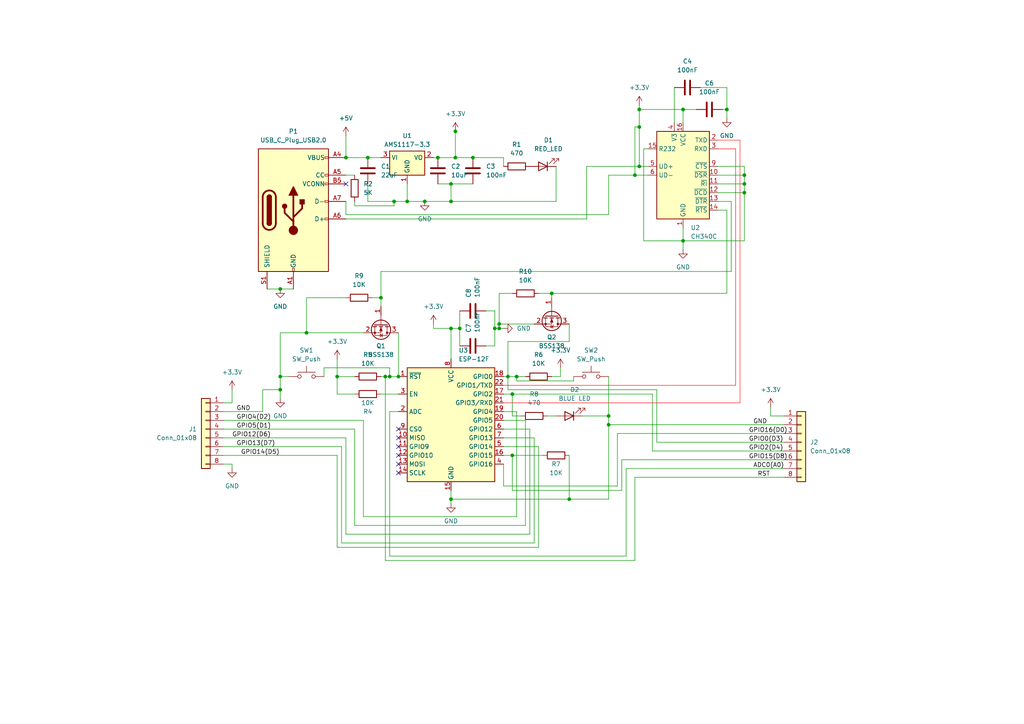
<source format=kicad_sch>
(kicad_sch (version 20230121) (generator eeschema)

  (uuid f251fc99-39fd-4738-bab1-19da1e5eea99)

  (paper "A4")

  (lib_symbols
    (symbol "Connector:USB_C_Plug_USB2.0" (pin_names (offset 1.016)) (in_bom yes) (on_board yes)
      (property "Reference" "P" (at -10.16 19.05 0)
        (effects (font (size 1.27 1.27)) (justify left))
      )
      (property "Value" "USB_C_Plug_USB2.0" (at 12.7 19.05 0)
        (effects (font (size 1.27 1.27)) (justify right))
      )
      (property "Footprint" "" (at 3.81 0 0)
        (effects (font (size 1.27 1.27)) hide)
      )
      (property "Datasheet" "https://www.usb.org/sites/default/files/documents/usb_type-c.zip" (at 3.81 0 0)
        (effects (font (size 1.27 1.27)) hide)
      )
      (property "ki_keywords" "usb universal serial bus type-C USB2.0" (at 0 0 0)
        (effects (font (size 1.27 1.27)) hide)
      )
      (property "ki_description" "USB 2.0-only Type-C Plug connector" (at 0 0 0)
        (effects (font (size 1.27 1.27)) hide)
      )
      (property "ki_fp_filters" "USB*C*Plug*" (at 0 0 0)
        (effects (font (size 1.27 1.27)) hide)
      )
      (symbol "USB_C_Plug_USB2.0_0_0"
        (rectangle (start -0.254 -17.78) (end 0.254 -16.764)
          (stroke (width 0) (type default))
          (fill (type none))
        )
        (rectangle (start 10.16 -2.286) (end 9.144 -2.794)
          (stroke (width 0) (type default))
          (fill (type none))
        )
        (rectangle (start 10.16 2.794) (end 9.144 2.286)
          (stroke (width 0) (type default))
          (fill (type none))
        )
        (rectangle (start 10.16 7.874) (end 9.144 7.366)
          (stroke (width 0) (type default))
          (fill (type none))
        )
        (rectangle (start 10.16 10.414) (end 9.144 9.906)
          (stroke (width 0) (type default))
          (fill (type none))
        )
        (rectangle (start 10.16 15.494) (end 9.144 14.986)
          (stroke (width 0) (type default))
          (fill (type none))
        )
      )
      (symbol "USB_C_Plug_USB2.0_0_1"
        (rectangle (start -10.16 17.78) (end 10.16 -17.78)
          (stroke (width 0.254) (type default))
          (fill (type background))
        )
        (arc (start -8.89 -3.81) (mid -6.985 -5.7067) (end -5.08 -3.81)
          (stroke (width 0.508) (type default))
          (fill (type none))
        )
        (arc (start -7.62 -3.81) (mid -6.985 -4.4423) (end -6.35 -3.81)
          (stroke (width 0.254) (type default))
          (fill (type none))
        )
        (arc (start -7.62 -3.81) (mid -6.985 -4.4423) (end -6.35 -3.81)
          (stroke (width 0.254) (type default))
          (fill (type outline))
        )
        (rectangle (start -7.62 -3.81) (end -6.35 3.81)
          (stroke (width 0.254) (type default))
          (fill (type outline))
        )
        (arc (start -6.35 3.81) (mid -6.985 4.4423) (end -7.62 3.81)
          (stroke (width 0.254) (type default))
          (fill (type none))
        )
        (arc (start -6.35 3.81) (mid -6.985 4.4423) (end -7.62 3.81)
          (stroke (width 0.254) (type default))
          (fill (type outline))
        )
        (arc (start -5.08 3.81) (mid -6.985 5.7067) (end -8.89 3.81)
          (stroke (width 0.508) (type default))
          (fill (type none))
        )
        (circle (center -2.54 1.143) (radius 0.635)
          (stroke (width 0.254) (type default))
          (fill (type outline))
        )
        (circle (center 0 -5.842) (radius 1.27)
          (stroke (width 0) (type default))
          (fill (type outline))
        )
        (polyline
          (pts
            (xy -8.89 -3.81)
            (xy -8.89 3.81)
          )
          (stroke (width 0.508) (type default))
          (fill (type none))
        )
        (polyline
          (pts
            (xy -5.08 3.81)
            (xy -5.08 -3.81)
          )
          (stroke (width 0.508) (type default))
          (fill (type none))
        )
        (polyline
          (pts
            (xy 0 -5.842)
            (xy 0 4.318)
          )
          (stroke (width 0.508) (type default))
          (fill (type none))
        )
        (polyline
          (pts
            (xy 0 -3.302)
            (xy -2.54 -0.762)
            (xy -2.54 0.508)
          )
          (stroke (width 0.508) (type default))
          (fill (type none))
        )
        (polyline
          (pts
            (xy 0 -2.032)
            (xy 2.54 0.508)
            (xy 2.54 1.778)
          )
          (stroke (width 0.508) (type default))
          (fill (type none))
        )
        (polyline
          (pts
            (xy -1.27 4.318)
            (xy 0 6.858)
            (xy 1.27 4.318)
            (xy -1.27 4.318)
          )
          (stroke (width 0.254) (type default))
          (fill (type outline))
        )
        (rectangle (start 1.905 1.778) (end 3.175 3.048)
          (stroke (width 0.254) (type default))
          (fill (type outline))
        )
      )
      (symbol "USB_C_Plug_USB2.0_1_1"
        (pin passive line (at 0 -22.86 90) (length 5.08)
          (name "GND" (effects (font (size 1.27 1.27))))
          (number "A1" (effects (font (size 1.27 1.27))))
        )
        (pin passive line (at 0 -22.86 90) (length 5.08) hide
          (name "GND" (effects (font (size 1.27 1.27))))
          (number "A12" (effects (font (size 1.27 1.27))))
        )
        (pin passive line (at 15.24 15.24 180) (length 5.08)
          (name "VBUS" (effects (font (size 1.27 1.27))))
          (number "A4" (effects (font (size 1.27 1.27))))
        )
        (pin bidirectional line (at 15.24 10.16 180) (length 5.08)
          (name "CC" (effects (font (size 1.27 1.27))))
          (number "A5" (effects (font (size 1.27 1.27))))
        )
        (pin bidirectional line (at 15.24 -2.54 180) (length 5.08)
          (name "D+" (effects (font (size 1.27 1.27))))
          (number "A6" (effects (font (size 1.27 1.27))))
        )
        (pin bidirectional line (at 15.24 2.54 180) (length 5.08)
          (name "D-" (effects (font (size 1.27 1.27))))
          (number "A7" (effects (font (size 1.27 1.27))))
        )
        (pin passive line (at 15.24 15.24 180) (length 5.08) hide
          (name "VBUS" (effects (font (size 1.27 1.27))))
          (number "A9" (effects (font (size 1.27 1.27))))
        )
        (pin passive line (at 0 -22.86 90) (length 5.08) hide
          (name "GND" (effects (font (size 1.27 1.27))))
          (number "B1" (effects (font (size 1.27 1.27))))
        )
        (pin passive line (at 0 -22.86 90) (length 5.08) hide
          (name "GND" (effects (font (size 1.27 1.27))))
          (number "B12" (effects (font (size 1.27 1.27))))
        )
        (pin passive line (at 15.24 15.24 180) (length 5.08) hide
          (name "VBUS" (effects (font (size 1.27 1.27))))
          (number "B4" (effects (font (size 1.27 1.27))))
        )
        (pin bidirectional line (at 15.24 7.62 180) (length 5.08)
          (name "VCONN" (effects (font (size 1.27 1.27))))
          (number "B5" (effects (font (size 1.27 1.27))))
        )
        (pin passive line (at 15.24 15.24 180) (length 5.08) hide
          (name "VBUS" (effects (font (size 1.27 1.27))))
          (number "B9" (effects (font (size 1.27 1.27))))
        )
        (pin passive line (at -7.62 -22.86 90) (length 5.08)
          (name "SHIELD" (effects (font (size 1.27 1.27))))
          (number "S1" (effects (font (size 1.27 1.27))))
        )
      )
    )
    (symbol "Connector_Generic:Conn_01x08" (pin_names (offset 1.016) hide) (in_bom yes) (on_board yes)
      (property "Reference" "J" (at 0 10.16 0)
        (effects (font (size 1.27 1.27)))
      )
      (property "Value" "Conn_01x08" (at 0 -12.7 0)
        (effects (font (size 1.27 1.27)))
      )
      (property "Footprint" "" (at 0 0 0)
        (effects (font (size 1.27 1.27)) hide)
      )
      (property "Datasheet" "~" (at 0 0 0)
        (effects (font (size 1.27 1.27)) hide)
      )
      (property "ki_keywords" "connector" (at 0 0 0)
        (effects (font (size 1.27 1.27)) hide)
      )
      (property "ki_description" "Generic connector, single row, 01x08, script generated (kicad-library-utils/schlib/autogen/connector/)" (at 0 0 0)
        (effects (font (size 1.27 1.27)) hide)
      )
      (property "ki_fp_filters" "Connector*:*_1x??_*" (at 0 0 0)
        (effects (font (size 1.27 1.27)) hide)
      )
      (symbol "Conn_01x08_1_1"
        (rectangle (start -1.27 -10.033) (end 0 -10.287)
          (stroke (width 0.1524) (type default))
          (fill (type none))
        )
        (rectangle (start -1.27 -7.493) (end 0 -7.747)
          (stroke (width 0.1524) (type default))
          (fill (type none))
        )
        (rectangle (start -1.27 -4.953) (end 0 -5.207)
          (stroke (width 0.1524) (type default))
          (fill (type none))
        )
        (rectangle (start -1.27 -2.413) (end 0 -2.667)
          (stroke (width 0.1524) (type default))
          (fill (type none))
        )
        (rectangle (start -1.27 0.127) (end 0 -0.127)
          (stroke (width 0.1524) (type default))
          (fill (type none))
        )
        (rectangle (start -1.27 2.667) (end 0 2.413)
          (stroke (width 0.1524) (type default))
          (fill (type none))
        )
        (rectangle (start -1.27 5.207) (end 0 4.953)
          (stroke (width 0.1524) (type default))
          (fill (type none))
        )
        (rectangle (start -1.27 7.747) (end 0 7.493)
          (stroke (width 0.1524) (type default))
          (fill (type none))
        )
        (rectangle (start -1.27 8.89) (end 1.27 -11.43)
          (stroke (width 0.254) (type default))
          (fill (type background))
        )
        (pin passive line (at -5.08 7.62 0) (length 3.81)
          (name "Pin_1" (effects (font (size 1.27 1.27))))
          (number "1" (effects (font (size 1.27 1.27))))
        )
        (pin passive line (at -5.08 5.08 0) (length 3.81)
          (name "Pin_2" (effects (font (size 1.27 1.27))))
          (number "2" (effects (font (size 1.27 1.27))))
        )
        (pin passive line (at -5.08 2.54 0) (length 3.81)
          (name "Pin_3" (effects (font (size 1.27 1.27))))
          (number "3" (effects (font (size 1.27 1.27))))
        )
        (pin passive line (at -5.08 0 0) (length 3.81)
          (name "Pin_4" (effects (font (size 1.27 1.27))))
          (number "4" (effects (font (size 1.27 1.27))))
        )
        (pin passive line (at -5.08 -2.54 0) (length 3.81)
          (name "Pin_5" (effects (font (size 1.27 1.27))))
          (number "5" (effects (font (size 1.27 1.27))))
        )
        (pin passive line (at -5.08 -5.08 0) (length 3.81)
          (name "Pin_6" (effects (font (size 1.27 1.27))))
          (number "6" (effects (font (size 1.27 1.27))))
        )
        (pin passive line (at -5.08 -7.62 0) (length 3.81)
          (name "Pin_7" (effects (font (size 1.27 1.27))))
          (number "7" (effects (font (size 1.27 1.27))))
        )
        (pin passive line (at -5.08 -10.16 0) (length 3.81)
          (name "Pin_8" (effects (font (size 1.27 1.27))))
          (number "8" (effects (font (size 1.27 1.27))))
        )
      )
    )
    (symbol "Device:C" (pin_numbers hide) (pin_names (offset 0.254)) (in_bom yes) (on_board yes)
      (property "Reference" "C" (at 0.635 2.54 0)
        (effects (font (size 1.27 1.27)) (justify left))
      )
      (property "Value" "C" (at 0.635 -2.54 0)
        (effects (font (size 1.27 1.27)) (justify left))
      )
      (property "Footprint" "" (at 0.9652 -3.81 0)
        (effects (font (size 1.27 1.27)) hide)
      )
      (property "Datasheet" "~" (at 0 0 0)
        (effects (font (size 1.27 1.27)) hide)
      )
      (property "ki_keywords" "cap capacitor" (at 0 0 0)
        (effects (font (size 1.27 1.27)) hide)
      )
      (property "ki_description" "Unpolarized capacitor" (at 0 0 0)
        (effects (font (size 1.27 1.27)) hide)
      )
      (property "ki_fp_filters" "C_*" (at 0 0 0)
        (effects (font (size 1.27 1.27)) hide)
      )
      (symbol "C_0_1"
        (polyline
          (pts
            (xy -2.032 -0.762)
            (xy 2.032 -0.762)
          )
          (stroke (width 0.508) (type default))
          (fill (type none))
        )
        (polyline
          (pts
            (xy -2.032 0.762)
            (xy 2.032 0.762)
          )
          (stroke (width 0.508) (type default))
          (fill (type none))
        )
      )
      (symbol "C_1_1"
        (pin passive line (at 0 3.81 270) (length 2.794)
          (name "~" (effects (font (size 1.27 1.27))))
          (number "1" (effects (font (size 1.27 1.27))))
        )
        (pin passive line (at 0 -3.81 90) (length 2.794)
          (name "~" (effects (font (size 1.27 1.27))))
          (number "2" (effects (font (size 1.27 1.27))))
        )
      )
    )
    (symbol "Device:LED" (pin_numbers hide) (pin_names (offset 1.016) hide) (in_bom yes) (on_board yes)
      (property "Reference" "D" (at 0 2.54 0)
        (effects (font (size 1.27 1.27)))
      )
      (property "Value" "LED" (at 0 -2.54 0)
        (effects (font (size 1.27 1.27)))
      )
      (property "Footprint" "" (at 0 0 0)
        (effects (font (size 1.27 1.27)) hide)
      )
      (property "Datasheet" "~" (at 0 0 0)
        (effects (font (size 1.27 1.27)) hide)
      )
      (property "ki_keywords" "LED diode" (at 0 0 0)
        (effects (font (size 1.27 1.27)) hide)
      )
      (property "ki_description" "Light emitting diode" (at 0 0 0)
        (effects (font (size 1.27 1.27)) hide)
      )
      (property "ki_fp_filters" "LED* LED_SMD:* LED_THT:*" (at 0 0 0)
        (effects (font (size 1.27 1.27)) hide)
      )
      (symbol "LED_0_1"
        (polyline
          (pts
            (xy -1.27 -1.27)
            (xy -1.27 1.27)
          )
          (stroke (width 0.254) (type default))
          (fill (type none))
        )
        (polyline
          (pts
            (xy -1.27 0)
            (xy 1.27 0)
          )
          (stroke (width 0) (type default))
          (fill (type none))
        )
        (polyline
          (pts
            (xy 1.27 -1.27)
            (xy 1.27 1.27)
            (xy -1.27 0)
            (xy 1.27 -1.27)
          )
          (stroke (width 0.254) (type default))
          (fill (type none))
        )
        (polyline
          (pts
            (xy -3.048 -0.762)
            (xy -4.572 -2.286)
            (xy -3.81 -2.286)
            (xy -4.572 -2.286)
            (xy -4.572 -1.524)
          )
          (stroke (width 0) (type default))
          (fill (type none))
        )
        (polyline
          (pts
            (xy -1.778 -0.762)
            (xy -3.302 -2.286)
            (xy -2.54 -2.286)
            (xy -3.302 -2.286)
            (xy -3.302 -1.524)
          )
          (stroke (width 0) (type default))
          (fill (type none))
        )
      )
      (symbol "LED_1_1"
        (pin passive line (at -3.81 0 0) (length 2.54)
          (name "K" (effects (font (size 1.27 1.27))))
          (number "1" (effects (font (size 1.27 1.27))))
        )
        (pin passive line (at 3.81 0 180) (length 2.54)
          (name "A" (effects (font (size 1.27 1.27))))
          (number "2" (effects (font (size 1.27 1.27))))
        )
      )
    )
    (symbol "Device:R" (pin_numbers hide) (pin_names (offset 0)) (in_bom yes) (on_board yes)
      (property "Reference" "R" (at 2.032 0 90)
        (effects (font (size 1.27 1.27)))
      )
      (property "Value" "R" (at 0 0 90)
        (effects (font (size 1.27 1.27)))
      )
      (property "Footprint" "" (at -1.778 0 90)
        (effects (font (size 1.27 1.27)) hide)
      )
      (property "Datasheet" "~" (at 0 0 0)
        (effects (font (size 1.27 1.27)) hide)
      )
      (property "ki_keywords" "R res resistor" (at 0 0 0)
        (effects (font (size 1.27 1.27)) hide)
      )
      (property "ki_description" "Resistor" (at 0 0 0)
        (effects (font (size 1.27 1.27)) hide)
      )
      (property "ki_fp_filters" "R_*" (at 0 0 0)
        (effects (font (size 1.27 1.27)) hide)
      )
      (symbol "R_0_1"
        (rectangle (start -1.016 -2.54) (end 1.016 2.54)
          (stroke (width 0.254) (type default))
          (fill (type none))
        )
      )
      (symbol "R_1_1"
        (pin passive line (at 0 3.81 270) (length 1.27)
          (name "~" (effects (font (size 1.27 1.27))))
          (number "1" (effects (font (size 1.27 1.27))))
        )
        (pin passive line (at 0 -3.81 90) (length 1.27)
          (name "~" (effects (font (size 1.27 1.27))))
          (number "2" (effects (font (size 1.27 1.27))))
        )
      )
    )
    (symbol "Interface_USB:CH340C" (in_bom yes) (on_board yes)
      (property "Reference" "U" (at -5.08 13.97 0)
        (effects (font (size 1.27 1.27)) (justify right))
      )
      (property "Value" "CH340C" (at 1.27 13.97 0)
        (effects (font (size 1.27 1.27)) (justify left))
      )
      (property "Footprint" "Package_SO:SOIC-16_3.9x9.9mm_P1.27mm" (at 1.27 -13.97 0)
        (effects (font (size 1.27 1.27)) (justify left) hide)
      )
      (property "Datasheet" "https://datasheet.lcsc.com/szlcsc/Jiangsu-Qin-Heng-CH340C_C84681.pdf" (at -8.89 20.32 0)
        (effects (font (size 1.27 1.27)) hide)
      )
      (property "ki_keywords" "USB UART Serial Converter Interface" (at 0 0 0)
        (effects (font (size 1.27 1.27)) hide)
      )
      (property "ki_description" "USB serial converter, UART, SOIC-16" (at 0 0 0)
        (effects (font (size 1.27 1.27)) hide)
      )
      (property "ki_fp_filters" "SOIC*3.9x9.9mm*P1.27mm*" (at 0 0 0)
        (effects (font (size 1.27 1.27)) hide)
      )
      (symbol "CH340C_0_1"
        (rectangle (start -7.62 12.7) (end 7.62 -12.7)
          (stroke (width 0.254) (type default))
          (fill (type background))
        )
      )
      (symbol "CH340C_1_1"
        (pin power_in line (at 0 -15.24 90) (length 2.54)
          (name "GND" (effects (font (size 1.27 1.27))))
          (number "1" (effects (font (size 1.27 1.27))))
        )
        (pin input line (at 10.16 0 180) (length 2.54)
          (name "~{DSR}" (effects (font (size 1.27 1.27))))
          (number "10" (effects (font (size 1.27 1.27))))
        )
        (pin input line (at 10.16 -2.54 180) (length 2.54)
          (name "~{RI}" (effects (font (size 1.27 1.27))))
          (number "11" (effects (font (size 1.27 1.27))))
        )
        (pin input line (at 10.16 -5.08 180) (length 2.54)
          (name "~{DCD}" (effects (font (size 1.27 1.27))))
          (number "12" (effects (font (size 1.27 1.27))))
        )
        (pin output line (at 10.16 -7.62 180) (length 2.54)
          (name "~{DTR}" (effects (font (size 1.27 1.27))))
          (number "13" (effects (font (size 1.27 1.27))))
        )
        (pin output line (at 10.16 -10.16 180) (length 2.54)
          (name "~{RTS}" (effects (font (size 1.27 1.27))))
          (number "14" (effects (font (size 1.27 1.27))))
        )
        (pin input line (at -10.16 7.62 0) (length 2.54)
          (name "R232" (effects (font (size 1.27 1.27))))
          (number "15" (effects (font (size 1.27 1.27))))
        )
        (pin power_in line (at 0 15.24 270) (length 2.54)
          (name "VCC" (effects (font (size 1.27 1.27))))
          (number "16" (effects (font (size 1.27 1.27))))
        )
        (pin output line (at 10.16 10.16 180) (length 2.54)
          (name "TXD" (effects (font (size 1.27 1.27))))
          (number "2" (effects (font (size 1.27 1.27))))
        )
        (pin input line (at 10.16 7.62 180) (length 2.54)
          (name "RXD" (effects (font (size 1.27 1.27))))
          (number "3" (effects (font (size 1.27 1.27))))
        )
        (pin passive line (at -2.54 15.24 270) (length 2.54)
          (name "V3" (effects (font (size 1.27 1.27))))
          (number "4" (effects (font (size 1.27 1.27))))
        )
        (pin bidirectional line (at -10.16 2.54 0) (length 2.54)
          (name "UD+" (effects (font (size 1.27 1.27))))
          (number "5" (effects (font (size 1.27 1.27))))
        )
        (pin bidirectional line (at -10.16 0 0) (length 2.54)
          (name "UD-" (effects (font (size 1.27 1.27))))
          (number "6" (effects (font (size 1.27 1.27))))
        )
        (pin no_connect line (at -7.62 -7.62 0) (length 2.54) hide
          (name "NC" (effects (font (size 1.27 1.27))))
          (number "7" (effects (font (size 1.27 1.27))))
        )
        (pin no_connect line (at -7.62 -10.16 0) (length 2.54) hide
          (name "NC" (effects (font (size 1.27 1.27))))
          (number "8" (effects (font (size 1.27 1.27))))
        )
        (pin input line (at 10.16 2.54 180) (length 2.54)
          (name "~{CTS}" (effects (font (size 1.27 1.27))))
          (number "9" (effects (font (size 1.27 1.27))))
        )
      )
    )
    (symbol "RF_Module:ESP-12F" (in_bom yes) (on_board yes)
      (property "Reference" "U" (at -12.7 19.05 0)
        (effects (font (size 1.27 1.27)) (justify left))
      )
      (property "Value" "ESP-12F" (at 12.7 19.05 0)
        (effects (font (size 1.27 1.27)) (justify right))
      )
      (property "Footprint" "RF_Module:ESP-12E" (at 0 0 0)
        (effects (font (size 1.27 1.27)) hide)
      )
      (property "Datasheet" "http://wiki.ai-thinker.com/_media/esp8266/esp8266_series_modules_user_manual_v1.1.pdf" (at -8.89 2.54 0)
        (effects (font (size 1.27 1.27)) hide)
      )
      (property "ki_keywords" "802.11 Wi-Fi" (at 0 0 0)
        (effects (font (size 1.27 1.27)) hide)
      )
      (property "ki_description" "802.11 b/g/n Wi-Fi Module" (at 0 0 0)
        (effects (font (size 1.27 1.27)) hide)
      )
      (property "ki_fp_filters" "ESP?12*" (at 0 0 0)
        (effects (font (size 1.27 1.27)) hide)
      )
      (symbol "ESP-12F_0_1"
        (rectangle (start -12.7 17.78) (end 12.7 -15.24)
          (stroke (width 0.254) (type default))
          (fill (type background))
        )
      )
      (symbol "ESP-12F_1_1"
        (pin input line (at -15.24 15.24 0) (length 2.54)
          (name "~{RST}" (effects (font (size 1.27 1.27))))
          (number "1" (effects (font (size 1.27 1.27))))
        )
        (pin bidirectional line (at -15.24 -2.54 0) (length 2.54)
          (name "MISO" (effects (font (size 1.27 1.27))))
          (number "10" (effects (font (size 1.27 1.27))))
        )
        (pin bidirectional line (at -15.24 -5.08 0) (length 2.54)
          (name "GPIO9" (effects (font (size 1.27 1.27))))
          (number "11" (effects (font (size 1.27 1.27))))
        )
        (pin bidirectional line (at -15.24 -7.62 0) (length 2.54)
          (name "GPIO10" (effects (font (size 1.27 1.27))))
          (number "12" (effects (font (size 1.27 1.27))))
        )
        (pin bidirectional line (at -15.24 -10.16 0) (length 2.54)
          (name "MOSI" (effects (font (size 1.27 1.27))))
          (number "13" (effects (font (size 1.27 1.27))))
        )
        (pin bidirectional line (at -15.24 -12.7 0) (length 2.54)
          (name "SCLK" (effects (font (size 1.27 1.27))))
          (number "14" (effects (font (size 1.27 1.27))))
        )
        (pin power_in line (at 0 -17.78 90) (length 2.54)
          (name "GND" (effects (font (size 1.27 1.27))))
          (number "15" (effects (font (size 1.27 1.27))))
        )
        (pin bidirectional line (at 15.24 -7.62 180) (length 2.54)
          (name "GPIO15" (effects (font (size 1.27 1.27))))
          (number "16" (effects (font (size 1.27 1.27))))
        )
        (pin bidirectional line (at 15.24 10.16 180) (length 2.54)
          (name "GPIO2" (effects (font (size 1.27 1.27))))
          (number "17" (effects (font (size 1.27 1.27))))
        )
        (pin bidirectional line (at 15.24 15.24 180) (length 2.54)
          (name "GPIO0" (effects (font (size 1.27 1.27))))
          (number "18" (effects (font (size 1.27 1.27))))
        )
        (pin bidirectional line (at 15.24 5.08 180) (length 2.54)
          (name "GPIO4" (effects (font (size 1.27 1.27))))
          (number "19" (effects (font (size 1.27 1.27))))
        )
        (pin input line (at -15.24 5.08 0) (length 2.54)
          (name "ADC" (effects (font (size 1.27 1.27))))
          (number "2" (effects (font (size 1.27 1.27))))
        )
        (pin bidirectional line (at 15.24 2.54 180) (length 2.54)
          (name "GPIO5" (effects (font (size 1.27 1.27))))
          (number "20" (effects (font (size 1.27 1.27))))
        )
        (pin bidirectional line (at 15.24 7.62 180) (length 2.54)
          (name "GPIO3/RXD" (effects (font (size 1.27 1.27))))
          (number "21" (effects (font (size 1.27 1.27))))
        )
        (pin bidirectional line (at 15.24 12.7 180) (length 2.54)
          (name "GPIO1/TXD" (effects (font (size 1.27 1.27))))
          (number "22" (effects (font (size 1.27 1.27))))
        )
        (pin input line (at -15.24 10.16 0) (length 2.54)
          (name "EN" (effects (font (size 1.27 1.27))))
          (number "3" (effects (font (size 1.27 1.27))))
        )
        (pin bidirectional line (at 15.24 -10.16 180) (length 2.54)
          (name "GPIO16" (effects (font (size 1.27 1.27))))
          (number "4" (effects (font (size 1.27 1.27))))
        )
        (pin bidirectional line (at 15.24 -5.08 180) (length 2.54)
          (name "GPIO14" (effects (font (size 1.27 1.27))))
          (number "5" (effects (font (size 1.27 1.27))))
        )
        (pin bidirectional line (at 15.24 0 180) (length 2.54)
          (name "GPIO12" (effects (font (size 1.27 1.27))))
          (number "6" (effects (font (size 1.27 1.27))))
        )
        (pin bidirectional line (at 15.24 -2.54 180) (length 2.54)
          (name "GPIO13" (effects (font (size 1.27 1.27))))
          (number "7" (effects (font (size 1.27 1.27))))
        )
        (pin power_in line (at 0 20.32 270) (length 2.54)
          (name "VCC" (effects (font (size 1.27 1.27))))
          (number "8" (effects (font (size 1.27 1.27))))
        )
        (pin input line (at -15.24 0 0) (length 2.54)
          (name "CS0" (effects (font (size 1.27 1.27))))
          (number "9" (effects (font (size 1.27 1.27))))
        )
      )
    )
    (symbol "Regulator_Linear:AMS1117-3.3" (in_bom yes) (on_board yes)
      (property "Reference" "U" (at -3.81 3.175 0)
        (effects (font (size 1.27 1.27)))
      )
      (property "Value" "AMS1117-3.3" (at 0 3.175 0)
        (effects (font (size 1.27 1.27)) (justify left))
      )
      (property "Footprint" "Package_TO_SOT_SMD:SOT-223-3_TabPin2" (at 0 5.08 0)
        (effects (font (size 1.27 1.27)) hide)
      )
      (property "Datasheet" "http://www.advanced-monolithic.com/pdf/ds1117.pdf" (at 2.54 -6.35 0)
        (effects (font (size 1.27 1.27)) hide)
      )
      (property "ki_keywords" "linear regulator ldo fixed positive" (at 0 0 0)
        (effects (font (size 1.27 1.27)) hide)
      )
      (property "ki_description" "1A Low Dropout regulator, positive, 3.3V fixed output, SOT-223" (at 0 0 0)
        (effects (font (size 1.27 1.27)) hide)
      )
      (property "ki_fp_filters" "SOT?223*TabPin2*" (at 0 0 0)
        (effects (font (size 1.27 1.27)) hide)
      )
      (symbol "AMS1117-3.3_0_1"
        (rectangle (start -5.08 -5.08) (end 5.08 1.905)
          (stroke (width 0.254) (type default))
          (fill (type background))
        )
      )
      (symbol "AMS1117-3.3_1_1"
        (pin power_in line (at 0 -7.62 90) (length 2.54)
          (name "GND" (effects (font (size 1.27 1.27))))
          (number "1" (effects (font (size 1.27 1.27))))
        )
        (pin power_out line (at 7.62 0 180) (length 2.54)
          (name "VO" (effects (font (size 1.27 1.27))))
          (number "2" (effects (font (size 1.27 1.27))))
        )
        (pin power_in line (at -7.62 0 0) (length 2.54)
          (name "VI" (effects (font (size 1.27 1.27))))
          (number "3" (effects (font (size 1.27 1.27))))
        )
      )
    )
    (symbol "Switch:SW_Push" (pin_numbers hide) (pin_names (offset 1.016) hide) (in_bom yes) (on_board yes)
      (property "Reference" "SW" (at 1.27 2.54 0)
        (effects (font (size 1.27 1.27)) (justify left))
      )
      (property "Value" "SW_Push" (at 0 -1.524 0)
        (effects (font (size 1.27 1.27)))
      )
      (property "Footprint" "" (at 0 5.08 0)
        (effects (font (size 1.27 1.27)) hide)
      )
      (property "Datasheet" "~" (at 0 5.08 0)
        (effects (font (size 1.27 1.27)) hide)
      )
      (property "ki_keywords" "switch normally-open pushbutton push-button" (at 0 0 0)
        (effects (font (size 1.27 1.27)) hide)
      )
      (property "ki_description" "Push button switch, generic, two pins" (at 0 0 0)
        (effects (font (size 1.27 1.27)) hide)
      )
      (symbol "SW_Push_0_1"
        (circle (center -2.032 0) (radius 0.508)
          (stroke (width 0) (type default))
          (fill (type none))
        )
        (polyline
          (pts
            (xy 0 1.27)
            (xy 0 3.048)
          )
          (stroke (width 0) (type default))
          (fill (type none))
        )
        (polyline
          (pts
            (xy 2.54 1.27)
            (xy -2.54 1.27)
          )
          (stroke (width 0) (type default))
          (fill (type none))
        )
        (circle (center 2.032 0) (radius 0.508)
          (stroke (width 0) (type default))
          (fill (type none))
        )
        (pin passive line (at -5.08 0 0) (length 2.54)
          (name "1" (effects (font (size 1.27 1.27))))
          (number "1" (effects (font (size 1.27 1.27))))
        )
        (pin passive line (at 5.08 0 180) (length 2.54)
          (name "2" (effects (font (size 1.27 1.27))))
          (number "2" (effects (font (size 1.27 1.27))))
        )
      )
    )
    (symbol "Transistor_FET:BSS138" (pin_names hide) (in_bom yes) (on_board yes)
      (property "Reference" "Q" (at 5.08 1.905 0)
        (effects (font (size 1.27 1.27)) (justify left))
      )
      (property "Value" "BSS138" (at 5.08 0 0)
        (effects (font (size 1.27 1.27)) (justify left))
      )
      (property "Footprint" "Package_TO_SOT_SMD:SOT-23" (at 5.08 -1.905 0)
        (effects (font (size 1.27 1.27) italic) (justify left) hide)
      )
      (property "Datasheet" "https://www.onsemi.com/pub/Collateral/BSS138-D.PDF" (at 0 0 0)
        (effects (font (size 1.27 1.27)) (justify left) hide)
      )
      (property "ki_keywords" "N-Channel MOSFET" (at 0 0 0)
        (effects (font (size 1.27 1.27)) hide)
      )
      (property "ki_description" "50V Vds, 0.22A Id, N-Channel MOSFET, SOT-23" (at 0 0 0)
        (effects (font (size 1.27 1.27)) hide)
      )
      (property "ki_fp_filters" "SOT?23*" (at 0 0 0)
        (effects (font (size 1.27 1.27)) hide)
      )
      (symbol "BSS138_0_1"
        (polyline
          (pts
            (xy 0.254 0)
            (xy -2.54 0)
          )
          (stroke (width 0) (type default))
          (fill (type none))
        )
        (polyline
          (pts
            (xy 0.254 1.905)
            (xy 0.254 -1.905)
          )
          (stroke (width 0.254) (type default))
          (fill (type none))
        )
        (polyline
          (pts
            (xy 0.762 -1.27)
            (xy 0.762 -2.286)
          )
          (stroke (width 0.254) (type default))
          (fill (type none))
        )
        (polyline
          (pts
            (xy 0.762 0.508)
            (xy 0.762 -0.508)
          )
          (stroke (width 0.254) (type default))
          (fill (type none))
        )
        (polyline
          (pts
            (xy 0.762 2.286)
            (xy 0.762 1.27)
          )
          (stroke (width 0.254) (type default))
          (fill (type none))
        )
        (polyline
          (pts
            (xy 2.54 2.54)
            (xy 2.54 1.778)
          )
          (stroke (width 0) (type default))
          (fill (type none))
        )
        (polyline
          (pts
            (xy 2.54 -2.54)
            (xy 2.54 0)
            (xy 0.762 0)
          )
          (stroke (width 0) (type default))
          (fill (type none))
        )
        (polyline
          (pts
            (xy 0.762 -1.778)
            (xy 3.302 -1.778)
            (xy 3.302 1.778)
            (xy 0.762 1.778)
          )
          (stroke (width 0) (type default))
          (fill (type none))
        )
        (polyline
          (pts
            (xy 1.016 0)
            (xy 2.032 0.381)
            (xy 2.032 -0.381)
            (xy 1.016 0)
          )
          (stroke (width 0) (type default))
          (fill (type outline))
        )
        (polyline
          (pts
            (xy 2.794 0.508)
            (xy 2.921 0.381)
            (xy 3.683 0.381)
            (xy 3.81 0.254)
          )
          (stroke (width 0) (type default))
          (fill (type none))
        )
        (polyline
          (pts
            (xy 3.302 0.381)
            (xy 2.921 -0.254)
            (xy 3.683 -0.254)
            (xy 3.302 0.381)
          )
          (stroke (width 0) (type default))
          (fill (type none))
        )
        (circle (center 1.651 0) (radius 2.794)
          (stroke (width 0.254) (type default))
          (fill (type none))
        )
        (circle (center 2.54 -1.778) (radius 0.254)
          (stroke (width 0) (type default))
          (fill (type outline))
        )
        (circle (center 2.54 1.778) (radius 0.254)
          (stroke (width 0) (type default))
          (fill (type outline))
        )
      )
      (symbol "BSS138_1_1"
        (pin input line (at -5.08 0 0) (length 2.54)
          (name "G" (effects (font (size 1.27 1.27))))
          (number "1" (effects (font (size 1.27 1.27))))
        )
        (pin passive line (at 2.54 -5.08 90) (length 2.54)
          (name "S" (effects (font (size 1.27 1.27))))
          (number "2" (effects (font (size 1.27 1.27))))
        )
        (pin passive line (at 2.54 5.08 270) (length 2.54)
          (name "D" (effects (font (size 1.27 1.27))))
          (number "3" (effects (font (size 1.27 1.27))))
        )
      )
    )
    (symbol "power:+3.3V" (power) (pin_names (offset 0)) (in_bom yes) (on_board yes)
      (property "Reference" "#PWR" (at 0 -3.81 0)
        (effects (font (size 1.27 1.27)) hide)
      )
      (property "Value" "+3.3V" (at 0 3.556 0)
        (effects (font (size 1.27 1.27)))
      )
      (property "Footprint" "" (at 0 0 0)
        (effects (font (size 1.27 1.27)) hide)
      )
      (property "Datasheet" "" (at 0 0 0)
        (effects (font (size 1.27 1.27)) hide)
      )
      (property "ki_keywords" "global power" (at 0 0 0)
        (effects (font (size 1.27 1.27)) hide)
      )
      (property "ki_description" "Power symbol creates a global label with name \"+3.3V\"" (at 0 0 0)
        (effects (font (size 1.27 1.27)) hide)
      )
      (symbol "+3.3V_0_1"
        (polyline
          (pts
            (xy -0.762 1.27)
            (xy 0 2.54)
          )
          (stroke (width 0) (type default))
          (fill (type none))
        )
        (polyline
          (pts
            (xy 0 0)
            (xy 0 2.54)
          )
          (stroke (width 0) (type default))
          (fill (type none))
        )
        (polyline
          (pts
            (xy 0 2.54)
            (xy 0.762 1.27)
          )
          (stroke (width 0) (type default))
          (fill (type none))
        )
      )
      (symbol "+3.3V_1_1"
        (pin power_in line (at 0 0 90) (length 0) hide
          (name "+3.3V" (effects (font (size 1.27 1.27))))
          (number "1" (effects (font (size 1.27 1.27))))
        )
      )
    )
    (symbol "power:+5V" (power) (pin_names (offset 0)) (in_bom yes) (on_board yes)
      (property "Reference" "#PWR" (at 0 -3.81 0)
        (effects (font (size 1.27 1.27)) hide)
      )
      (property "Value" "+5V" (at 0 3.556 0)
        (effects (font (size 1.27 1.27)))
      )
      (property "Footprint" "" (at 0 0 0)
        (effects (font (size 1.27 1.27)) hide)
      )
      (property "Datasheet" "" (at 0 0 0)
        (effects (font (size 1.27 1.27)) hide)
      )
      (property "ki_keywords" "global power" (at 0 0 0)
        (effects (font (size 1.27 1.27)) hide)
      )
      (property "ki_description" "Power symbol creates a global label with name \"+5V\"" (at 0 0 0)
        (effects (font (size 1.27 1.27)) hide)
      )
      (symbol "+5V_0_1"
        (polyline
          (pts
            (xy -0.762 1.27)
            (xy 0 2.54)
          )
          (stroke (width 0) (type default))
          (fill (type none))
        )
        (polyline
          (pts
            (xy 0 0)
            (xy 0 2.54)
          )
          (stroke (width 0) (type default))
          (fill (type none))
        )
        (polyline
          (pts
            (xy 0 2.54)
            (xy 0.762 1.27)
          )
          (stroke (width 0) (type default))
          (fill (type none))
        )
      )
      (symbol "+5V_1_1"
        (pin power_in line (at 0 0 90) (length 0) hide
          (name "+5V" (effects (font (size 1.27 1.27))))
          (number "1" (effects (font (size 1.27 1.27))))
        )
      )
    )
    (symbol "power:GND" (power) (pin_names (offset 0)) (in_bom yes) (on_board yes)
      (property "Reference" "#PWR" (at 0 -6.35 0)
        (effects (font (size 1.27 1.27)) hide)
      )
      (property "Value" "GND" (at 0 -3.81 0)
        (effects (font (size 1.27 1.27)))
      )
      (property "Footprint" "" (at 0 0 0)
        (effects (font (size 1.27 1.27)) hide)
      )
      (property "Datasheet" "" (at 0 0 0)
        (effects (font (size 1.27 1.27)) hide)
      )
      (property "ki_keywords" "global power" (at 0 0 0)
        (effects (font (size 1.27 1.27)) hide)
      )
      (property "ki_description" "Power symbol creates a global label with name \"GND\" , ground" (at 0 0 0)
        (effects (font (size 1.27 1.27)) hide)
      )
      (symbol "GND_0_1"
        (polyline
          (pts
            (xy 0 0)
            (xy 0 -1.27)
            (xy 1.27 -1.27)
            (xy 0 -2.54)
            (xy -1.27 -1.27)
            (xy 0 -1.27)
          )
          (stroke (width 0) (type default))
          (fill (type none))
        )
      )
      (symbol "GND_1_1"
        (pin power_in line (at 0 0 270) (length 0) hide
          (name "GND" (effects (font (size 1.27 1.27))))
          (number "1" (effects (font (size 1.27 1.27))))
        )
      )
    )
  )

  (junction (at 144.78 95.25) (diameter 0) (color 0 0 0 0)
    (uuid 0a1d69d8-f517-43a3-ba8b-61f49769ffe7)
  )
  (junction (at 97.79 109.22) (diameter 0) (color 0 0 0 0)
    (uuid 0aa650a4-3157-43fc-8bdc-7fa591d8708d)
  )
  (junction (at 111.76 109.22) (diameter 0) (color 0 0 0 0)
    (uuid 0cdee3da-3964-451f-a0e7-e26c81699555)
  )
  (junction (at 110.49 86.36) (diameter 0) (color 0 0 0 0)
    (uuid 11f68cf3-5a0c-4e4b-8948-d6cd84535733)
  )
  (junction (at 215.9 50.8) (diameter 0) (color 0 0 0 0)
    (uuid 16eeab2d-9f2c-4e48-9d13-77f6aff66af0)
  )
  (junction (at 185.42 31.75) (diameter 0) (color 0 0 0 0)
    (uuid 23a2d0a8-18f3-4b77-9f3f-01869b7918a5)
  )
  (junction (at 185.42 48.26) (diameter 0) (color 0 0 0 0)
    (uuid 28277a15-4868-45ad-8de3-9a8f5b2169f7)
  )
  (junction (at 81.28 109.22) (diameter 0) (color 0 0 0 0)
    (uuid 29200016-7c81-42e0-ae16-25b4162252bb)
  )
  (junction (at 215.9 55.88) (diameter 0) (color 0 0 0 0)
    (uuid 2eb06224-5b8f-4f6c-ab00-df01dc695648)
  )
  (junction (at 143.51 95.25) (diameter 0) (color 0 0 0 0)
    (uuid 301a4dc8-ebd1-4fb8-8cf7-2c263d8a68fe)
  )
  (junction (at 198.12 31.75) (diameter 0) (color 0 0 0 0)
    (uuid 3ede7b1b-0eb9-4308-9a6a-e1254799cfd4)
  )
  (junction (at 130.81 95.25) (diameter 0) (color 0 0 0 0)
    (uuid 3f35f593-e724-4c05-9350-7f387e933d4e)
  )
  (junction (at 210.82 31.75) (diameter 0) (color 0 0 0 0)
    (uuid 48b9c7a2-066c-47c0-a927-07db7a076382)
  )
  (junction (at 165.1 144.78) (diameter 0) (color 0 0 0 0)
    (uuid 4ebfd796-5bf6-4a12-a0d7-3bd078000f3f)
  )
  (junction (at 130.81 58.42) (diameter 0) (color 0 0 0 0)
    (uuid 4f740c4f-515d-4197-8cc9-886e142ecb4c)
  )
  (junction (at 198.12 69.85) (diameter 0) (color 0 0 0 0)
    (uuid 56d91e20-43b8-4f44-a011-bdb23a86f28f)
  )
  (junction (at 137.16 45.72) (diameter 0) (color 0 0 0 0)
    (uuid 5ba9ca9e-496b-4bbd-b3f7-0af3e7f27f0e)
  )
  (junction (at 115.57 109.22) (diameter 0) (color 0 0 0 0)
    (uuid 5e5487e9-8fa3-45e9-a276-6dcfe862bd3d)
  )
  (junction (at 144.78 93.98) (diameter 0) (color 0 0 0 0)
    (uuid 5e9c7e08-912a-43cf-a1f0-f65f691de8c5)
  )
  (junction (at 130.81 53.34) (diameter 0) (color 0 0 0 0)
    (uuid 5f54f69e-5e37-4650-b41f-fea2b8e383c5)
  )
  (junction (at 88.9 96.52) (diameter 0) (color 0 0 0 0)
    (uuid 6d02065c-1655-4a5b-ab72-1197f7d8f929)
  )
  (junction (at 148.59 114.3) (diameter 0) (color 0 0 0 0)
    (uuid 6e583e64-74ee-488c-9892-cd9fef99156e)
  )
  (junction (at 113.03 109.22) (diameter 0) (color 0 0 0 0)
    (uuid 79154fa2-80fb-488d-813e-5729bb3cdd3f)
  )
  (junction (at 185.42 36.83) (diameter 0) (color 0 0 0 0)
    (uuid 80e927cd-614a-4843-8db3-d1b8dff9bb58)
  )
  (junction (at 81.28 83.82) (diameter 0) (color 0 0 0 0)
    (uuid 82b96b45-5135-4e0f-bd9b-5e4c98d9cc83)
  )
  (junction (at 127 45.72) (diameter 0) (color 0 0 0 0)
    (uuid 87df82ff-4c13-456e-8249-c2dd65c49956)
  )
  (junction (at 176.53 120.65) (diameter 0) (color 0 0 0 0)
    (uuid 8954f215-a0dc-4c47-ae40-49c876ce5ee5)
  )
  (junction (at 100.33 45.72) (diameter 0) (color 0 0 0 0)
    (uuid 8e3be11f-0943-4919-bba2-7f578886e027)
  )
  (junction (at 81.28 113.03) (diameter 0) (color 0 0 0 0)
    (uuid 9c493087-4bad-4bdb-80d2-c9e47ee6b4e5)
  )
  (junction (at 160.02 85.09) (diameter 0) (color 0 0 0 0)
    (uuid a2c70a6d-4467-4ee4-8b50-12716369c921)
  )
  (junction (at 133.35 95.25) (diameter 0) (color 0 0 0 0)
    (uuid a50dfc15-56ad-4f0b-981e-eaf7a8317f99)
  )
  (junction (at 176.53 123.19) (diameter 0) (color 0 0 0 0)
    (uuid a6dfa5df-5ab1-41c1-b36e-cc8915386e70)
  )
  (junction (at 149.86 109.22) (diameter 0) (color 0 0 0 0)
    (uuid a760d28d-117c-4ca9-ab6e-9f24ced82fa3)
  )
  (junction (at 132.08 45.72) (diameter 0) (color 0 0 0 0)
    (uuid b4a54bac-9804-4dbf-9496-ac28a86a3f97)
  )
  (junction (at 147.32 109.22) (diameter 0) (color 0 0 0 0)
    (uuid b4b978d6-1eb0-4951-bcaa-0c5ef6166a46)
  )
  (junction (at 123.19 58.42) (diameter 0) (color 0 0 0 0)
    (uuid b565c081-b640-4760-9cf9-b2da3e177042)
  )
  (junction (at 215.9 53.34) (diameter 0) (color 0 0 0 0)
    (uuid bf8f3a70-f9ad-4c25-bb64-7edfc8af7b50)
  )
  (junction (at 114.3 58.42) (diameter 0) (color 0 0 0 0)
    (uuid d21111f7-95cb-4be5-9614-9281150123ba)
  )
  (junction (at 118.11 58.42) (diameter 0) (color 0 0 0 0)
    (uuid de622676-5553-4d3d-ac12-b672a5b360fd)
  )
  (junction (at 132.08 38.1) (diameter 0) (color 0 0 0 0)
    (uuid e75f75df-f85d-4a16-bc9b-d939d5a54d97)
  )
  (junction (at 106.68 45.72) (diameter 0) (color 0 0 0 0)
    (uuid e9ffa476-d6cd-4767-bc06-00ca81e5b2bf)
  )
  (junction (at 184.15 50.8) (diameter 0) (color 0 0 0 0)
    (uuid edd3d811-8a4c-45f6-b16b-edae326d7919)
  )
  (junction (at 148.59 132.08) (diameter 0) (color 0 0 0 0)
    (uuid fbde8337-8089-42d3-813f-df4c08a324ff)
  )
  (junction (at 130.81 144.78) (diameter 0) (color 0 0 0 0)
    (uuid feff25b6-9cf1-42eb-9b1d-78b20bf364e9)
  )

  (no_connect (at 115.57 134.62) (uuid 1feba102-6d79-4668-9a46-fd7dd7c6c4cb))
  (no_connect (at 115.57 127) (uuid 45693037-22f5-4e8e-9486-b7f00692c4dd))
  (no_connect (at 115.57 137.16) (uuid 613db0da-a99d-4404-ac02-68bd32701022))
  (no_connect (at 115.57 124.46) (uuid 7730aa09-82fa-4d75-bf6d-2fb72c15b94c))
  (no_connect (at 100.33 53.34) (uuid 9096d398-d2a8-470b-8e0f-3a5eb9d3c0fc))
  (no_connect (at 115.57 132.08) (uuid ca8c488e-dce8-42b4-8c67-a9870c6d2285))
  (no_connect (at 115.57 129.54) (uuid d6e85e00-3549-499a-83f3-7819c789522b))

  (wire (pts (xy 127 45.72) (xy 132.08 45.72))
    (stroke (width 0) (type default))
    (uuid 01177481-d48f-45c0-a371-d19e40d1d955)
  )
  (wire (pts (xy 209.55 31.75) (xy 210.82 31.75))
    (stroke (width 0) (type default))
    (uuid 015d1a53-3c45-4aa3-b577-fa29a986f9df)
  )
  (wire (pts (xy 184.15 50.8) (xy 187.96 50.8))
    (stroke (width 0) (type default))
    (uuid 0183fcf2-902e-44ed-a163-bf4b691bb5ee)
  )
  (wire (pts (xy 227.33 138.43) (xy 184.15 138.43))
    (stroke (width 0) (type default))
    (uuid 029a2582-8839-42b8-958c-8ddbdad8ca06)
  )
  (wire (pts (xy 212.09 58.42) (xy 212.09 78.74))
    (stroke (width 0) (type default))
    (uuid 04843992-f075-4348-9add-bf55bd0d582d)
  )
  (wire (pts (xy 215.9 50.8) (xy 215.9 53.34))
    (stroke (width 0) (type default))
    (uuid 074bc4b3-ef50-4022-b18c-abe02162d05c)
  )
  (wire (pts (xy 186.69 69.85) (xy 198.12 69.85))
    (stroke (width 0) (type default))
    (uuid 07a9daca-a556-4e6a-861b-a833138f5b0c)
  )
  (wire (pts (xy 170.18 48.26) (xy 170.18 63.5))
    (stroke (width 0) (type default))
    (uuid 07e46dc2-12f4-49c9-ab6f-650f71813230)
  )
  (wire (pts (xy 97.79 104.14) (xy 97.79 109.22))
    (stroke (width 0) (type default))
    (uuid 08ae722d-70ae-4e93-b696-710b78de8f3e)
  )
  (wire (pts (xy 208.28 50.8) (xy 215.9 50.8))
    (stroke (width 0) (type default))
    (uuid 0b1a10de-948a-46a4-b92a-f22efb3c0a86)
  )
  (wire (pts (xy 140.97 90.17) (xy 143.51 90.17))
    (stroke (width 0) (type default))
    (uuid 0cdba039-dbf5-4181-a755-2e033eccff84)
  )
  (wire (pts (xy 215.9 55.88) (xy 215.9 69.85))
    (stroke (width 0) (type default))
    (uuid 0daa875d-f49b-446b-9f45-4a776f06a9a0)
  )
  (wire (pts (xy 147.32 109.22) (xy 149.86 109.22))
    (stroke (width 0) (type default))
    (uuid 0e2ca965-38d1-4323-8924-1bdca9bf6c54)
  )
  (wire (pts (xy 143.51 90.17) (xy 143.51 95.25))
    (stroke (width 0) (type default))
    (uuid 0e6466be-350e-4a66-8230-f37f43a0dfcd)
  )
  (wire (pts (xy 214.63 40.64) (xy 208.28 40.64))
    (stroke (width 0) (type default) (color 255 26 26 1))
    (uuid 0efa1bfb-2051-4bba-8b58-269df1e658c2)
  )
  (wire (pts (xy 213.36 43.18) (xy 208.28 43.18))
    (stroke (width 0) (type default) (color 255 14 21 1))
    (uuid 1082d3a8-43a5-4ebe-bb83-310c6ccdadf1)
  )
  (wire (pts (xy 97.79 158.75) (xy 156.21 158.75))
    (stroke (width 0) (type default))
    (uuid 11c7ff93-37ae-4f99-8b78-1c29f8477205)
  )
  (wire (pts (xy 110.49 78.74) (xy 212.09 78.74))
    (stroke (width 0) (type default))
    (uuid 1290f85b-7860-4601-9a95-faa8c57c65d4)
  )
  (wire (pts (xy 100.33 50.8) (xy 102.87 50.8))
    (stroke (width 0) (type default))
    (uuid 166bb7e7-5bbb-44fe-8884-0c598665eb73)
  )
  (wire (pts (xy 132.08 45.72) (xy 137.16 45.72))
    (stroke (width 0) (type default))
    (uuid 1e226054-eacb-4b57-908d-38e0016a5e2a)
  )
  (wire (pts (xy 162.56 109.22) (xy 160.02 109.22))
    (stroke (width 0) (type default))
    (uuid 1f09dcaa-7620-4bf5-9647-61db504e7bd6)
  )
  (wire (pts (xy 152.4 121.92) (xy 152.4 152.4))
    (stroke (width 0) (type default))
    (uuid 1fb9d946-341c-4428-8f2c-93f02381543d)
  )
  (wire (pts (xy 123.19 58.42) (xy 130.81 58.42))
    (stroke (width 0) (type default))
    (uuid 201062a4-6ddb-4b52-9c59-303e9cc4c983)
  )
  (wire (pts (xy 153.67 124.46) (xy 146.05 124.46))
    (stroke (width 0) (type default))
    (uuid 211e3f68-491b-4cb4-b9e1-9952dcdb506e)
  )
  (wire (pts (xy 88.9 96.52) (xy 81.28 96.52))
    (stroke (width 0) (type default))
    (uuid 22479ae8-982c-4323-bae4-ee18cbd66954)
  )
  (wire (pts (xy 208.28 53.34) (xy 215.9 53.34))
    (stroke (width 0) (type default))
    (uuid 22a5744d-648d-4bac-939a-5cfbece7d2c9)
  )
  (wire (pts (xy 198.12 31.75) (xy 198.12 35.56))
    (stroke (width 0) (type default))
    (uuid 2350741f-bb7a-484a-ba8f-e40de5bd9145)
  )
  (wire (pts (xy 76.2 119.38) (xy 76.2 113.03))
    (stroke (width 0) (type default))
    (uuid 23ebd680-ea3c-4f44-84e6-cdab7ad1759b)
  )
  (wire (pts (xy 160.02 85.09) (xy 156.21 85.09))
    (stroke (width 0) (type default))
    (uuid 24a96e1a-d441-4271-8795-db2f0a42da9b)
  )
  (wire (pts (xy 81.28 109.22) (xy 81.28 113.03))
    (stroke (width 0) (type default))
    (uuid 25be4e1b-0db6-4208-89b5-3e2df6094103)
  )
  (wire (pts (xy 165.1 99.06) (xy 147.32 99.06))
    (stroke (width 0) (type default))
    (uuid 27482cd3-ae7c-4484-89e3-14c7f46efb1c)
  )
  (wire (pts (xy 190.5 128.27) (xy 190.5 113.03))
    (stroke (width 0) (type default))
    (uuid 2913cff8-e4f9-457d-9665-5f7d0cccc7b5)
  )
  (wire (pts (xy 115.57 96.52) (xy 115.57 109.22))
    (stroke (width 0) (type default))
    (uuid 2ac9b34b-d79b-422e-aaaf-763acc22df41)
  )
  (wire (pts (xy 93.98 106.68) (xy 113.03 106.68))
    (stroke (width 0) (type default))
    (uuid 2c7efa93-7622-44dc-9da5-36bbff861b6c)
  )
  (wire (pts (xy 203.2 25.4) (xy 210.82 25.4))
    (stroke (width 0) (type default))
    (uuid 2ce16b4b-b5c4-4514-bef3-cc027a75d144)
  )
  (wire (pts (xy 130.81 95.25) (xy 130.81 104.14))
    (stroke (width 0) (type default))
    (uuid 2d68c85e-7faa-4702-95b8-748dd6be6c41)
  )
  (wire (pts (xy 81.28 83.82) (xy 85.09 83.82))
    (stroke (width 0) (type default))
    (uuid 2fcf1efd-d25f-4827-9b07-41e270bacda6)
  )
  (wire (pts (xy 184.15 36.83) (xy 185.42 36.83))
    (stroke (width 0) (type default))
    (uuid 32385d8a-a3a2-4691-84aa-83081ee185c6)
  )
  (wire (pts (xy 185.42 31.75) (xy 185.42 36.83))
    (stroke (width 0) (type default))
    (uuid 35339b8a-8d84-4d6f-81ce-40e719f6c929)
  )
  (wire (pts (xy 110.49 86.36) (xy 107.95 86.36))
    (stroke (width 0) (type default))
    (uuid 368d0d1f-0c0d-4292-a0db-4e713bdf6a43)
  )
  (wire (pts (xy 179.07 125.73) (xy 179.07 140.97))
    (stroke (width 0) (type default))
    (uuid 39e66b1c-6f97-41dd-896c-5d82fcd3be28)
  )
  (wire (pts (xy 64.77 127) (xy 100.33 127))
    (stroke (width 0) (type default))
    (uuid 39e8d9ef-a6ca-43ab-8387-687479ee4a8c)
  )
  (wire (pts (xy 106.68 53.34) (xy 106.68 58.42))
    (stroke (width 0) (type default))
    (uuid 3b30774d-af60-4f58-8f4d-924d7c9a18df)
  )
  (wire (pts (xy 99.06 157.48) (xy 154.94 157.48))
    (stroke (width 0) (type default))
    (uuid 3d941431-758b-4877-b1ed-26afec147f4f)
  )
  (wire (pts (xy 132.08 38.1) (xy 132.08 45.72))
    (stroke (width 0) (type default))
    (uuid 3df6ae77-d2ee-40ff-81b2-fe916ffbcb7e)
  )
  (wire (pts (xy 102.87 124.46) (xy 102.87 152.4))
    (stroke (width 0) (type default))
    (uuid 3e4b608f-f38b-48af-ab7b-21b6c2e7d0a9)
  )
  (wire (pts (xy 148.59 120.65) (xy 148.59 114.3))
    (stroke (width 0) (type default))
    (uuid 3ea5e678-3ea1-42e0-935a-cbe392c2c228)
  )
  (wire (pts (xy 198.12 31.75) (xy 201.93 31.75))
    (stroke (width 0) (type default))
    (uuid 401ebb93-5d05-4a64-b53c-95148055a715)
  )
  (wire (pts (xy 106.68 58.42) (xy 114.3 58.42))
    (stroke (width 0) (type default))
    (uuid 40fd8720-c0a4-4f72-b1aa-cf449bd5cf7b)
  )
  (wire (pts (xy 146.05 119.38) (xy 149.86 119.38))
    (stroke (width 0) (type default))
    (uuid 438fcf0a-6b99-4207-b19c-3946871e64a4)
  )
  (wire (pts (xy 180.34 142.24) (xy 148.59 142.24))
    (stroke (width 0) (type default))
    (uuid 442b380b-ead6-42cb-8136-93982c3df44d)
  )
  (wire (pts (xy 102.87 152.4) (xy 152.4 152.4))
    (stroke (width 0) (type default))
    (uuid 44dd29a9-8265-4b73-878b-76922867dc79)
  )
  (wire (pts (xy 147.32 113.03) (xy 147.32 109.22))
    (stroke (width 0) (type default))
    (uuid 4513994c-f34f-487b-83f3-b7f50cd6e11b)
  )
  (wire (pts (xy 160.02 85.09) (xy 160.02 86.36))
    (stroke (width 0) (type default))
    (uuid 480b5fad-9700-4555-af3a-3c451b63d378)
  )
  (wire (pts (xy 130.81 142.24) (xy 130.81 144.78))
    (stroke (width 0) (type default))
    (uuid 487bf117-b428-4abd-8a25-d94040dbce95)
  )
  (wire (pts (xy 113.03 106.68) (xy 113.03 109.22))
    (stroke (width 0) (type default))
    (uuid 4a9e4496-b5c9-4d36-8108-4d3679c0d875)
  )
  (wire (pts (xy 185.42 48.26) (xy 187.96 48.26))
    (stroke (width 0) (type default))
    (uuid 4c234a71-0ca5-4fe2-b6eb-2be08253388c)
  )
  (wire (pts (xy 176.53 123.19) (xy 176.53 144.78))
    (stroke (width 0) (type default))
    (uuid 4ce136e1-8309-40cc-aa28-b8bc7a70028e)
  )
  (wire (pts (xy 133.35 100.33) (xy 133.35 95.25))
    (stroke (width 0) (type default))
    (uuid 4ed4a5a6-7414-41db-98bd-ec57d15dd2b7)
  )
  (wire (pts (xy 148.59 120.65) (xy 151.13 120.65))
    (stroke (width 0) (type default))
    (uuid 50beabc9-5b7e-4cc8-9807-f48cf55af024)
  )
  (wire (pts (xy 132.08 36.83) (xy 132.08 38.1))
    (stroke (width 0) (type default))
    (uuid 50fd3c52-ab62-49c7-8037-15b3cda3ab09)
  )
  (wire (pts (xy 113.03 109.22) (xy 115.57 109.22))
    (stroke (width 0) (type default))
    (uuid 50fe48f2-0461-42d0-8421-6ec4efbdffa1)
  )
  (wire (pts (xy 64.77 119.38) (xy 76.2 119.38))
    (stroke (width 0) (type default))
    (uuid 512a8c4d-c581-4a33-85c4-4fff1f4f2f58)
  )
  (wire (pts (xy 208.28 55.88) (xy 215.9 55.88))
    (stroke (width 0) (type default))
    (uuid 555a6272-94c2-44a4-9be1-a117d26f7d24)
  )
  (wire (pts (xy 100.33 45.72) (xy 106.68 45.72))
    (stroke (width 0) (type default))
    (uuid 570200fb-9730-4056-b7e5-95e6ac71c877)
  )
  (wire (pts (xy 208.28 58.42) (xy 212.09 58.42))
    (stroke (width 0) (type default))
    (uuid 581133a1-f7df-4727-a915-d9d5ffdb8b12)
  )
  (wire (pts (xy 64.77 132.08) (xy 97.79 132.08))
    (stroke (width 0) (type default))
    (uuid 587c7758-87ff-454c-b9b4-8b12ddb55ab9)
  )
  (wire (pts (xy 146.05 140.97) (xy 179.07 140.97))
    (stroke (width 0) (type default))
    (uuid 58b9ac03-ec4e-493b-ad42-a7a473bc7af8)
  )
  (wire (pts (xy 210.82 60.96) (xy 210.82 85.09))
    (stroke (width 0) (type default))
    (uuid 599c08c3-c824-45e7-9951-ed57c2609c8b)
  )
  (wire (pts (xy 105.41 149.86) (xy 105.41 121.92))
    (stroke (width 0) (type default))
    (uuid 5af38ff6-9f5d-4bb6-9458-1a8e3fa3ab14)
  )
  (wire (pts (xy 227.33 133.35) (xy 180.34 133.35))
    (stroke (width 0) (type default))
    (uuid 5b74cc6c-be4d-4531-acf9-f8f8e5114930)
  )
  (wire (pts (xy 102.87 58.42) (xy 102.87 59.69))
    (stroke (width 0) (type default))
    (uuid 5d652858-8858-40a2-a3b4-7b8359415a9d)
  )
  (wire (pts (xy 114.3 59.69) (xy 114.3 58.42))
    (stroke (width 0) (type default))
    (uuid 5d969d6c-a479-448c-a349-bb6a5ac1e248)
  )
  (wire (pts (xy 144.78 93.98) (xy 144.78 95.25))
    (stroke (width 0) (type default))
    (uuid 5e6b244a-2af1-423c-b359-c9c44688b06b)
  )
  (wire (pts (xy 165.1 132.08) (xy 165.1 144.78))
    (stroke (width 0) (type default))
    (uuid 5ff2e575-0e39-487a-8ee4-06bdb72de358)
  )
  (wire (pts (xy 166.37 109.22) (xy 166.37 110.49))
    (stroke (width 0) (type default))
    (uuid 6003357e-645b-4b24-b6e8-50f5f4b6f409)
  )
  (wire (pts (xy 106.68 45.72) (xy 110.49 45.72))
    (stroke (width 0) (type default))
    (uuid 65f9f11b-9838-4b04-87dd-e8b5cc030e0b)
  )
  (wire (pts (xy 143.51 100.33) (xy 140.97 100.33))
    (stroke (width 0) (type default))
    (uuid 6750c2e3-c765-4a7f-8d96-76e7b3139ee5)
  )
  (wire (pts (xy 148.59 142.24) (xy 148.59 132.08))
    (stroke (width 0) (type default))
    (uuid 67d9537b-a053-4f10-acd4-95c6d2c81dd7)
  )
  (wire (pts (xy 130.81 144.78) (xy 130.81 146.05))
    (stroke (width 0) (type default))
    (uuid 69196e7c-dfde-41a7-9e3f-e532f0e65827)
  )
  (wire (pts (xy 210.82 25.4) (xy 210.82 31.75))
    (stroke (width 0) (type default))
    (uuid 69470d0c-370d-41c0-bb84-12df839eddee)
  )
  (wire (pts (xy 148.59 132.08) (xy 157.48 132.08))
    (stroke (width 0) (type default))
    (uuid 6bca4b71-ab2f-4e16-81f5-307b11c2d89e)
  )
  (wire (pts (xy 130.81 53.34) (xy 130.81 58.42))
    (stroke (width 0) (type default))
    (uuid 6c378d5b-f68d-4eb1-bf3c-e1ff145d8018)
  )
  (wire (pts (xy 67.31 113.03) (xy 67.31 116.84))
    (stroke (width 0) (type default))
    (uuid 6e6e8539-65ff-4d7e-90a5-5a46a0c36ffa)
  )
  (wire (pts (xy 165.1 93.98) (xy 165.1 99.06))
    (stroke (width 0) (type default))
    (uuid 6ed68622-84d0-4578-a878-ccb5d910c8b0)
  )
  (wire (pts (xy 170.18 63.5) (xy 100.33 63.5))
    (stroke (width 0) (type default))
    (uuid 6fd56002-4dda-4042-8267-520fe85d5bfa)
  )
  (wire (pts (xy 195.58 25.4) (xy 195.58 35.56))
    (stroke (width 0) (type default))
    (uuid 7110b057-462a-4af5-99fc-415d68a6222f)
  )
  (wire (pts (xy 146.05 109.22) (xy 147.32 109.22))
    (stroke (width 0) (type default))
    (uuid 716cc704-e860-4286-8b1c-4529ede95659)
  )
  (wire (pts (xy 102.87 109.22) (xy 97.79 109.22))
    (stroke (width 0) (type default))
    (uuid 73e8dbaa-869f-44a4-8bf2-1c0959eeb121)
  )
  (wire (pts (xy 149.86 109.22) (xy 149.86 110.49))
    (stroke (width 0) (type default))
    (uuid 7498c6ac-57be-4ad1-95da-ed2f1d1d6665)
  )
  (wire (pts (xy 64.77 129.54) (xy 99.06 129.54))
    (stroke (width 0) (type default))
    (uuid 7967ef5f-5320-4366-9954-b1ca30bde8a6)
  )
  (wire (pts (xy 208.28 48.26) (xy 215.9 48.26))
    (stroke (width 0) (type default))
    (uuid 7b76299e-0187-47db-baeb-c05d24a02cca)
  )
  (wire (pts (xy 184.15 50.8) (xy 184.15 36.83))
    (stroke (width 0) (type default))
    (uuid 7bf2a46e-daf3-426f-8ae0-66160cd43a33)
  )
  (wire (pts (xy 215.9 53.34) (xy 215.9 55.88))
    (stroke (width 0) (type default))
    (uuid 7ddb9bdb-4ab3-41da-893f-26a265535462)
  )
  (wire (pts (xy 133.35 95.25) (xy 133.35 90.17))
    (stroke (width 0) (type default))
    (uuid 7e169cd8-e20d-4b8d-9b27-1265affb24a6)
  )
  (wire (pts (xy 125.73 93.98) (xy 125.73 95.25))
    (stroke (width 0) (type default))
    (uuid 7e6fa8ee-2f62-4a7f-8ea3-b7aa39b427e8)
  )
  (wire (pts (xy 148.59 114.3) (xy 146.05 114.3))
    (stroke (width 0) (type default))
    (uuid 7ee953e5-41ab-4e2b-a83d-c69c1b37e05f)
  )
  (wire (pts (xy 143.51 95.25) (xy 143.51 100.33))
    (stroke (width 0) (type default))
    (uuid 7fb4ee49-af5e-4ea8-b935-51ecd5a54c70)
  )
  (wire (pts (xy 97.79 132.08) (xy 97.79 158.75))
    (stroke (width 0) (type default))
    (uuid 80f2b399-974c-420b-b374-25dcc10b8538)
  )
  (wire (pts (xy 181.61 135.89) (xy 181.61 161.29))
    (stroke (width 0) (type default))
    (uuid 820aecf7-f2df-43ac-a8fd-5cb5c933c0f9)
  )
  (wire (pts (xy 130.81 144.78) (xy 165.1 144.78))
    (stroke (width 0) (type default))
    (uuid 831656e7-fe0a-4f9e-81ed-73e9fcbffa3e)
  )
  (wire (pts (xy 105.41 96.52) (xy 88.9 96.52))
    (stroke (width 0) (type default))
    (uuid 896db1e8-f53d-4fd7-acc4-ed3add13b741)
  )
  (wire (pts (xy 223.52 118.11) (xy 223.52 120.65))
    (stroke (width 0) (type default))
    (uuid 8b725159-a1f7-4048-a731-178025ea85cf)
  )
  (wire (pts (xy 76.2 113.03) (xy 81.28 113.03))
    (stroke (width 0) (type default))
    (uuid 8c2488c6-64e1-4d7a-846f-5224a08a06e4)
  )
  (wire (pts (xy 176.53 50.8) (xy 176.53 62.23))
    (stroke (width 0) (type default))
    (uuid 8ea7cc6e-723f-4150-b1ff-7801d3cf4aa7)
  )
  (wire (pts (xy 130.81 53.34) (xy 137.16 53.34))
    (stroke (width 0) (type default))
    (uuid 8eb58309-30bf-4ff1-919b-289351e49cd9)
  )
  (wire (pts (xy 130.81 95.25) (xy 133.35 95.25))
    (stroke (width 0) (type default))
    (uuid 8f16bf56-956c-4cfa-bea6-3273b74f5996)
  )
  (wire (pts (xy 81.28 96.52) (xy 81.28 109.22))
    (stroke (width 0) (type default))
    (uuid 927faae4-ac38-425c-89eb-6853aa1d4c6c)
  )
  (wire (pts (xy 100.33 127) (xy 100.33 154.94))
    (stroke (width 0) (type default))
    (uuid 9566dc11-9c07-4f81-83f9-d3f5b170fbdc)
  )
  (wire (pts (xy 147.32 99.06) (xy 147.32 109.22))
    (stroke (width 0) (type default))
    (uuid 95c6957c-dc07-4d88-bdf3-3011a3fd23e7)
  )
  (wire (pts (xy 113.03 119.38) (xy 115.57 119.38))
    (stroke (width 0) (type default))
    (uuid 96c25e60-793c-4cb6-b821-d7b269c4d0ec)
  )
  (wire (pts (xy 110.49 78.74) (xy 110.49 86.36))
    (stroke (width 0) (type default))
    (uuid 97fd507c-ab47-4f72-9d5b-ecc396866aba)
  )
  (wire (pts (xy 146.05 116.84) (xy 214.63 116.84))
    (stroke (width 0) (type default) (color 255 30 36 1))
    (uuid 9a928593-9289-468e-bdf6-031bcae2d2a5)
  )
  (wire (pts (xy 64.77 124.46) (xy 102.87 124.46))
    (stroke (width 0) (type default))
    (uuid 9c7d83f5-6417-44e7-bb84-990f1ecb34f3)
  )
  (wire (pts (xy 187.96 43.18) (xy 186.69 43.18))
    (stroke (width 0) (type default))
    (uuid a09eecfc-e23f-440d-bbab-188f281c23b5)
  )
  (wire (pts (xy 215.9 48.26) (xy 215.9 50.8))
    (stroke (width 0) (type default))
    (uuid a1d0f44d-7136-48a6-8a6d-f12da85557af)
  )
  (wire (pts (xy 176.53 62.23) (xy 100.33 62.23))
    (stroke (width 0) (type default))
    (uuid a25ba78d-c25b-4599-8c93-a3cced29e4a0)
  )
  (wire (pts (xy 180.34 133.35) (xy 180.34 142.24))
    (stroke (width 0) (type default))
    (uuid a4055c5f-95e5-46ce-86a0-eb7236f84fb0)
  )
  (wire (pts (xy 154.94 157.48) (xy 154.94 127))
    (stroke (width 0) (type default))
    (uuid a4506826-ca34-4572-96fd-b8d418c295d8)
  )
  (wire (pts (xy 176.53 50.8) (xy 184.15 50.8))
    (stroke (width 0) (type default))
    (uuid a4a895b1-ebc2-4fd6-9bf9-6848e9b3ca80)
  )
  (wire (pts (xy 149.86 119.38) (xy 149.86 149.86))
    (stroke (width 0) (type default))
    (uuid a7af4d4b-40e5-46dd-a154-dc8cd0fee36d)
  )
  (wire (pts (xy 111.76 162.56) (xy 111.76 109.22))
    (stroke (width 0) (type default))
    (uuid aa290717-8a45-4679-bdf2-41ae51d70b47)
  )
  (wire (pts (xy 102.87 59.69) (xy 114.3 59.69))
    (stroke (width 0) (type default))
    (uuid ab4ac590-e11c-4e66-bd66-1996de0f3479)
  )
  (wire (pts (xy 100.33 154.94) (xy 153.67 154.94))
    (stroke (width 0) (type default))
    (uuid ab67f64c-f561-4117-a299-8c254f83edce)
  )
  (wire (pts (xy 118.11 58.42) (xy 123.19 58.42))
    (stroke (width 0) (type default))
    (uuid aba556f6-3789-43b3-b48f-27380a0eeaa0)
  )
  (wire (pts (xy 118.11 58.42) (xy 118.11 53.34))
    (stroke (width 0) (type default))
    (uuid abcb7207-633e-4fa1-8917-3681d1203733)
  )
  (wire (pts (xy 213.36 111.76) (xy 213.36 43.18))
    (stroke (width 0) (type default) (color 255 18 16 1))
    (uuid acdf5505-4c53-49d4-b59f-e431571e07c3)
  )
  (wire (pts (xy 176.53 123.19) (xy 227.33 123.19))
    (stroke (width 0) (type default))
    (uuid af2bd231-08e0-40e7-97ec-4cffc86bfbeb)
  )
  (wire (pts (xy 156.21 129.54) (xy 146.05 129.54))
    (stroke (width 0) (type default))
    (uuid af94e224-d984-4bba-87eb-fe60eb1a05ba)
  )
  (wire (pts (xy 184.15 162.56) (xy 111.76 162.56))
    (stroke (width 0) (type default))
    (uuid b0fc7536-791a-465a-ba40-aedb26310f53)
  )
  (wire (pts (xy 161.29 48.26) (xy 161.29 58.42))
    (stroke (width 0) (type default))
    (uuid b1f4059d-cf32-49f3-8236-75ab32ed2b13)
  )
  (wire (pts (xy 97.79 109.22) (xy 97.79 114.3))
    (stroke (width 0) (type default))
    (uuid b27b00b6-65ed-41b6-a85f-7d2eefe23798)
  )
  (wire (pts (xy 144.78 85.09) (xy 144.78 93.98))
    (stroke (width 0) (type default))
    (uuid b487c745-d858-4c7a-9683-b626ffee4a22)
  )
  (wire (pts (xy 146.05 45.72) (xy 137.16 45.72))
    (stroke (width 0) (type default))
    (uuid b4d6da39-430a-4dae-a894-f486a4a33a8d)
  )
  (wire (pts (xy 97.79 114.3) (xy 102.87 114.3))
    (stroke (width 0) (type default))
    (uuid b4eb10a6-8de9-4019-9594-3dc9bfaa00ad)
  )
  (wire (pts (xy 125.73 95.25) (xy 130.81 95.25))
    (stroke (width 0) (type default))
    (uuid b5788793-e8c9-437a-b354-d7f2cd9f3ecb)
  )
  (wire (pts (xy 100.33 86.36) (xy 88.9 86.36))
    (stroke (width 0) (type default))
    (uuid b58a4ad8-4e15-4f91-a2e3-f31cfe4b59c3)
  )
  (wire (pts (xy 144.78 93.98) (xy 154.94 93.98))
    (stroke (width 0) (type default))
    (uuid b693619e-3bed-431d-9205-2cb59efc0723)
  )
  (wire (pts (xy 81.28 109.22) (xy 83.82 109.22))
    (stroke (width 0) (type default))
    (uuid b72e12d1-b47d-4b71-b813-3c7c87710640)
  )
  (wire (pts (xy 77.47 83.82) (xy 81.28 83.82))
    (stroke (width 0) (type default))
    (uuid b897e926-3770-4546-8d0d-ef4fb0acb436)
  )
  (wire (pts (xy 146.05 111.76) (xy 213.36 111.76))
    (stroke (width 0) (type default) (color 255 30 39 1))
    (uuid bc766986-a279-4111-80b1-95371b5c269e)
  )
  (wire (pts (xy 198.12 69.85) (xy 198.12 72.39))
    (stroke (width 0) (type default))
    (uuid bca23bae-de20-4eea-8db6-7c66df62f3dd)
  )
  (wire (pts (xy 110.49 109.22) (xy 111.76 109.22))
    (stroke (width 0) (type default))
    (uuid bda2e276-e8e7-4762-a612-c594e4de9594)
  )
  (wire (pts (xy 227.33 135.89) (xy 181.61 135.89))
    (stroke (width 0) (type default))
    (uuid beefc617-9b57-4e7a-a7ba-ebc67687a83f)
  )
  (wire (pts (xy 111.76 109.22) (xy 113.03 109.22))
    (stroke (width 0) (type default))
    (uuid c037f4d5-5c39-46de-9a2f-9a584da7360f)
  )
  (wire (pts (xy 210.82 85.09) (xy 160.02 85.09))
    (stroke (width 0) (type default))
    (uuid c066eb5a-1bd2-4982-bc0c-eea1f3415509)
  )
  (wire (pts (xy 186.69 43.18) (xy 186.69 69.85))
    (stroke (width 0) (type default))
    (uuid c06eea11-9087-45b1-a859-88949511fe9a)
  )
  (wire (pts (xy 158.75 120.65) (xy 161.29 120.65))
    (stroke (width 0) (type default))
    (uuid c0726df2-4208-4643-afaa-ea6bfa471cf8)
  )
  (wire (pts (xy 93.98 109.22) (xy 93.98 106.68))
    (stroke (width 0) (type default))
    (uuid c0cb7fc1-9c4f-4c7d-be63-b773002541a1)
  )
  (wire (pts (xy 185.42 30.48) (xy 185.42 31.75))
    (stroke (width 0) (type default))
    (uuid c35c6ed6-1382-4e54-930c-95ce5b45ef04)
  )
  (wire (pts (xy 113.03 161.29) (xy 113.03 119.38))
    (stroke (width 0) (type default))
    (uuid c40af6ec-400b-471f-b2b6-f8ab7ca3f35c)
  )
  (wire (pts (xy 148.59 85.09) (xy 144.78 85.09))
    (stroke (width 0) (type default))
    (uuid c4ecf0f4-fa4f-43c0-9938-791dd36c30ed)
  )
  (wire (pts (xy 114.3 58.42) (xy 118.11 58.42))
    (stroke (width 0) (type default))
    (uuid c566b7ad-5dd9-4633-a13b-d0c30a21cca6)
  )
  (wire (pts (xy 227.33 128.27) (xy 190.5 128.27))
    (stroke (width 0) (type default))
    (uuid c5af4a6a-4153-4364-9eaf-c09d2686eef8)
  )
  (wire (pts (xy 110.49 114.3) (xy 115.57 114.3))
    (stroke (width 0) (type default))
    (uuid c6de3827-2edc-4ac4-a2c3-0c45620792e2)
  )
  (wire (pts (xy 189.23 130.81) (xy 189.23 114.3))
    (stroke (width 0) (type default))
    (uuid c7b0fbd3-c3de-412a-bdd7-e15bbf8d9043)
  )
  (wire (pts (xy 144.78 95.25) (xy 143.51 95.25))
    (stroke (width 0) (type default))
    (uuid c90476e3-8c03-4bf9-add3-9b9263fcaae7)
  )
  (wire (pts (xy 198.12 66.04) (xy 198.12 69.85))
    (stroke (width 0) (type default))
    (uuid cbbd321f-fb87-4a04-b5dd-5d9be6ea2bab)
  )
  (wire (pts (xy 184.15 138.43) (xy 184.15 162.56))
    (stroke (width 0) (type default))
    (uuid cbda1595-68a5-47f8-8059-81cfa7c4c073)
  )
  (wire (pts (xy 146.05 132.08) (xy 148.59 132.08))
    (stroke (width 0) (type default))
    (uuid ce5df60d-8f10-4dfd-919a-90d234a1a99a)
  )
  (wire (pts (xy 223.52 120.65) (xy 227.33 120.65))
    (stroke (width 0) (type default))
    (uuid cf96ae87-ea40-45dc-b1c5-2367af11aa66)
  )
  (wire (pts (xy 185.42 31.75) (xy 198.12 31.75))
    (stroke (width 0) (type default))
    (uuid d07d2096-f9e9-4292-b709-b2e13cd58b15)
  )
  (wire (pts (xy 146.05 95.25) (xy 144.78 95.25))
    (stroke (width 0) (type default))
    (uuid d0dfc80f-299f-42ca-84ee-2b94646bbf41)
  )
  (wire (pts (xy 215.9 69.85) (xy 198.12 69.85))
    (stroke (width 0) (type default))
    (uuid d1106c37-8589-4c95-a04f-2ef6761d4861)
  )
  (wire (pts (xy 189.23 114.3) (xy 148.59 114.3))
    (stroke (width 0) (type default))
    (uuid d19e2879-1390-4320-85b4-485618ce67e6)
  )
  (wire (pts (xy 168.91 120.65) (xy 176.53 120.65))
    (stroke (width 0) (type default))
    (uuid d333a134-861c-4c22-b9a5-dbc5ab14a757)
  )
  (wire (pts (xy 185.42 36.83) (xy 185.42 48.26))
    (stroke (width 0) (type default))
    (uuid d441932a-1fc2-449f-89ed-66b417106ad8)
  )
  (wire (pts (xy 190.5 113.03) (xy 147.32 113.03))
    (stroke (width 0) (type default))
    (uuid d5231eff-ebb4-4db5-a070-194f3cec855e)
  )
  (wire (pts (xy 208.28 60.96) (xy 210.82 60.96))
    (stroke (width 0) (type default))
    (uuid d5f09f0b-301a-495a-acc3-7aacf9027c37)
  )
  (wire (pts (xy 214.63 116.84) (xy 214.63 40.64))
    (stroke (width 0) (type default) (color 255 36 38 1))
    (uuid d631da07-974a-473f-ae27-a63fd7dfce01)
  )
  (wire (pts (xy 210.82 31.75) (xy 210.82 34.29))
    (stroke (width 0) (type default))
    (uuid d7a4348b-81ba-4d7e-a14b-9d8fb7365e2c)
  )
  (wire (pts (xy 146.05 45.72) (xy 146.05 48.26))
    (stroke (width 0) (type default))
    (uuid d88f12b7-468c-4df9-9bcd-1eb7887265e2)
  )
  (wire (pts (xy 162.56 106.68) (xy 162.56 109.22))
    (stroke (width 0) (type default))
    (uuid d922457d-0867-4f1e-9264-25b527dbd391)
  )
  (wire (pts (xy 156.21 158.75) (xy 156.21 129.54))
    (stroke (width 0) (type default))
    (uuid d9af0f23-5b3d-47d8-b174-d7ffc5644b87)
  )
  (wire (pts (xy 67.31 116.84) (xy 64.77 116.84))
    (stroke (width 0) (type default))
    (uuid da1cbf64-ea2f-4e58-a7ae-a0ee5a1963ee)
  )
  (wire (pts (xy 149.86 110.49) (xy 166.37 110.49))
    (stroke (width 0) (type default))
    (uuid daef3ca0-9860-463b-b79a-9f71b0eca07b)
  )
  (wire (pts (xy 127 45.72) (xy 125.73 45.72))
    (stroke (width 0) (type default))
    (uuid dd2583db-4e07-42db-8219-b837bfc02acc)
  )
  (wire (pts (xy 149.86 149.86) (xy 105.41 149.86))
    (stroke (width 0) (type default))
    (uuid dfdb9074-597e-4904-93b4-e7210836f385)
  )
  (wire (pts (xy 149.86 109.22) (xy 152.4 109.22))
    (stroke (width 0) (type default))
    (uuid e03c4785-239b-47cb-81f2-e5c8ca5dc40e)
  )
  (wire (pts (xy 153.67 154.94) (xy 153.67 124.46))
    (stroke (width 0) (type default))
    (uuid e11ba8da-bdc4-4da6-a15b-60d7de0dc87d)
  )
  (wire (pts (xy 170.18 48.26) (xy 185.42 48.26))
    (stroke (width 0) (type default))
    (uuid e132f1cc-aff6-427a-89ec-bdc4b7184e1f)
  )
  (wire (pts (xy 99.06 129.54) (xy 99.06 157.48))
    (stroke (width 0) (type default))
    (uuid e14dc17f-536b-41d4-9949-34472c408501)
  )
  (wire (pts (xy 105.41 121.92) (xy 64.77 121.92))
    (stroke (width 0) (type default))
    (uuid e2a72a07-417a-4d6b-98ed-37f8bcc65a26)
  )
  (wire (pts (xy 100.33 62.23) (xy 100.33 58.42))
    (stroke (width 0) (type default))
    (uuid e2d930a1-5162-4626-b2ff-3697e77421a1)
  )
  (wire (pts (xy 67.31 134.62) (xy 67.31 135.89))
    (stroke (width 0) (type default))
    (uuid e3102422-5fe2-41d9-8cd4-9fdc67cbff89)
  )
  (wire (pts (xy 176.53 120.65) (xy 176.53 123.19))
    (stroke (width 0) (type default))
    (uuid e34c0ef3-258e-4f16-b9c9-bdff9786cce2)
  )
  (wire (pts (xy 227.33 130.81) (xy 189.23 130.81))
    (stroke (width 0) (type default))
    (uuid e36f639a-03d5-47a6-b342-e52da93c61fc)
  )
  (wire (pts (xy 227.33 125.73) (xy 179.07 125.73))
    (stroke (width 0) (type default))
    (uuid e3c3f7e6-700e-4fc6-b2db-bb2c6ae5865e)
  )
  (wire (pts (xy 64.77 134.62) (xy 67.31 134.62))
    (stroke (width 0) (type default))
    (uuid e429bc85-5318-4d18-af02-5fbfe350c85c)
  )
  (wire (pts (xy 154.94 127) (xy 146.05 127))
    (stroke (width 0) (type default))
    (uuid e59e353e-ef48-43b8-a3d8-0914dd8dbf4b)
  )
  (wire (pts (xy 146.05 140.97) (xy 146.05 134.62))
    (stroke (width 0) (type default))
    (uuid e67bba1c-f260-4435-ba41-adef5caa99b6)
  )
  (wire (pts (xy 181.61 161.29) (xy 113.03 161.29))
    (stroke (width 0) (type default))
    (uuid e912deb9-df95-45d9-8937-d22caa31d5bc)
  )
  (wire (pts (xy 127 53.34) (xy 130.81 53.34))
    (stroke (width 0) (type default))
    (uuid f0258971-16c5-4c81-a309-8925477f8b15)
  )
  (wire (pts (xy 146.05 121.92) (xy 152.4 121.92))
    (stroke (width 0) (type default))
    (uuid f22eabb0-21b2-4a58-ab4e-480b9f581152)
  )
  (wire (pts (xy 176.53 109.22) (xy 176.53 120.65))
    (stroke (width 0) (type default))
    (uuid f295214c-e371-427b-8854-3d5755f967a3)
  )
  (wire (pts (xy 110.49 86.36) (xy 110.49 88.9))
    (stroke (width 0) (type default))
    (uuid f2a7a276-8391-4f3e-8517-07991ed86839)
  )
  (wire (pts (xy 81.28 113.03) (xy 81.28 115.57))
    (stroke (width 0) (type default))
    (uuid f5b7710f-c7e5-4f91-8a90-22dde461035c)
  )
  (wire (pts (xy 88.9 86.36) (xy 88.9 96.52))
    (stroke (width 0) (type default))
    (uuid f629dc01-6920-4929-a0b6-85023c056e93)
  )
  (wire (pts (xy 165.1 144.78) (xy 176.53 144.78))
    (stroke (width 0) (type default))
    (uuid f77a34ba-9f27-4bba-bd34-4cace998bba5)
  )
  (wire (pts (xy 161.29 58.42) (xy 130.81 58.42))
    (stroke (width 0) (type default))
    (uuid f95dbad9-b118-4e3e-9fb2-ed3a94a72be3)
  )
  (wire (pts (xy 100.33 39.37) (xy 100.33 45.72))
    (stroke (width 0) (type default))
    (uuid f96ca457-d0ea-4883-9239-36400320f02f)
  )

  (label "GPIO16(D0)" (at 217.17 125.73 0) (fields_autoplaced)
    (effects (font (size 1.27 1.27)) (justify left bottom))
    (uuid 1554d070-9aac-437d-9842-f88dc3df9a19)
  )
  (label "GPIO12(D6)" (at 67.31 127 0) (fields_autoplaced)
    (effects (font (size 1.27 1.27)) (justify left bottom))
    (uuid 172e9e02-f40f-40d3-9b14-e62720e9ae2b)
  )
  (label "GPIO15(D8)" (at 217.17 133.35 0) (fields_autoplaced)
    (effects (font (size 1.27 1.27)) (justify left bottom))
    (uuid 25bfdf26-c054-4564-b7fa-3286b1315350)
  )
  (label "GPIO2(D4)" (at 217.17 130.81 0) (fields_autoplaced)
    (effects (font (size 1.27 1.27)) (justify left bottom))
    (uuid 2fd7e794-a22c-4122-8963-156810809e1a)
  )
  (label "GND" (at 68.58 119.38 0) (fields_autoplaced)
    (effects (font (size 1.27 1.27)) (justify left bottom))
    (uuid 5bee6fdd-3ea9-46da-b18e-c1df5906d984)
  )
  (label "GND" (at 218.44 123.19 0) (fields_autoplaced)
    (effects (font (size 1.27 1.27)) (justify left bottom))
    (uuid 66c239b4-9874-4017-af8d-3ffa9ab59c58)
  )
  (label "ADC0(A0)" (at 218.44 135.89 0) (fields_autoplaced)
    (effects (font (size 1.27 1.27)) (justify left bottom))
    (uuid 87a04ee8-0ca4-4c29-a87a-d25aadceb10c)
  )
  (label "RST" (at 219.71 138.43 0) (fields_autoplaced)
    (effects (font (size 1.27 1.27)) (justify left bottom))
    (uuid 899d9222-58e2-4f6a-95e4-dc2305bc7cf0)
  )
  (label "GPIO5(D1)" (at 68.58 124.46 0) (fields_autoplaced)
    (effects (font (size 1.27 1.27)) (justify left bottom))
    (uuid 9ad07be1-07d7-4e78-95d1-6b81c6c75b43)
  )
  (label "GPIO13(D7)" (at 68.58 129.54 0) (fields_autoplaced)
    (effects (font (size 1.27 1.27)) (justify left bottom))
    (uuid c4452ce3-25b8-418e-834b-1b481da7c126)
  )
  (label "GPIO14(D5)" (at 69.85 132.08 0) (fields_autoplaced)
    (effects (font (size 1.27 1.27)) (justify left bottom))
    (uuid dd8ef072-8c55-46a8-82d1-0be6be10bcbb)
  )
  (label "GPIO4(D2)" (at 68.58 121.92 0) (fields_autoplaced)
    (effects (font (size 1.27 1.27)) (justify left bottom))
    (uuid e0a8681c-66df-4902-83f8-22ee451e4920)
  )
  (label "GPIO0(D3)" (at 217.17 128.27 0) (fields_autoplaced)
    (effects (font (size 1.27 1.27)) (justify left bottom))
    (uuid e95b362c-7561-4c47-a405-9663a7483428)
  )

  (symbol (lib_id "power:+3.3V") (at 185.42 30.48 0) (unit 1)
    (in_bom yes) (on_board yes) (dnp no) (fields_autoplaced)
    (uuid 002b8c00-7dd1-45bc-983e-1c547054f57a)
    (property "Reference" "#PWR02" (at 185.42 34.29 0)
      (effects (font (size 1.27 1.27)) hide)
    )
    (property "Value" "+3.3V" (at 185.42 25.4 0)
      (effects (font (size 1.27 1.27)))
    )
    (property "Footprint" "" (at 185.42 30.48 0)
      (effects (font (size 1.27 1.27)) hide)
    )
    (property "Datasheet" "" (at 185.42 30.48 0)
      (effects (font (size 1.27 1.27)) hide)
    )
    (pin "1" (uuid 3354072b-683f-4a66-8653-84c95e1ff137))
    (instances
      (project "ESP8266-DevBoard"
        (path "/f251fc99-39fd-4738-bab1-19da1e5eea99"
          (reference "#PWR02") (unit 1)
        )
      )
    )
  )

  (symbol (lib_id "Switch:SW_Push") (at 88.9 109.22 0) (unit 1)
    (in_bom yes) (on_board yes) (dnp no) (fields_autoplaced)
    (uuid 0474df66-7355-4c80-afbe-463b099af0dd)
    (property "Reference" "SW1" (at 88.9 101.6 0)
      (effects (font (size 1.27 1.27)))
    )
    (property "Value" "SW_Push" (at 88.9 104.14 0)
      (effects (font (size 1.27 1.27)))
    )
    (property "Footprint" "Button_Switch_SMD:SW_SPST_B3U-1000P" (at 88.9 104.14 0)
      (effects (font (size 1.27 1.27)) hide)
    )
    (property "Datasheet" "~" (at 88.9 104.14 0)
      (effects (font (size 1.27 1.27)) hide)
    )
    (pin "1" (uuid fc90af8c-4ac6-41f0-9b16-b80849154338))
    (pin "2" (uuid 10dab47d-7eba-4ffc-8544-422e0d6e5eba))
    (instances
      (project "ESP8266-DevBoard"
        (path "/f251fc99-39fd-4738-bab1-19da1e5eea99"
          (reference "SW1") (unit 1)
        )
      )
    )
  )

  (symbol (lib_id "Device:C") (at 137.16 100.33 90) (unit 1)
    (in_bom yes) (on_board yes) (dnp no)
    (uuid 1679fbc5-a88a-4902-a8e9-6c0381046589)
    (property "Reference" "C7" (at 135.89 96.52 0)
      (effects (font (size 1.27 1.27)) (justify left))
    )
    (property "Value" "100nF" (at 138.43 96.52 0)
      (effects (font (size 1.27 1.27)) (justify left))
    )
    (property "Footprint" "Capacitor_SMD:C_0805_2012Metric" (at 140.97 99.3648 0)
      (effects (font (size 1.27 1.27)) hide)
    )
    (property "Datasheet" "~" (at 137.16 100.33 0)
      (effects (font (size 1.27 1.27)) hide)
    )
    (pin "1" (uuid 025b6581-1207-4f26-9b48-f364a1316659))
    (pin "2" (uuid a0dced36-7260-44cb-889e-02931a8cba94))
    (instances
      (project "ESP8266-DevBoard"
        (path "/f251fc99-39fd-4738-bab1-19da1e5eea99"
          (reference "C7") (unit 1)
        )
      )
    )
  )

  (symbol (lib_id "power:GND") (at 81.28 83.82 0) (unit 1)
    (in_bom yes) (on_board yes) (dnp no) (fields_autoplaced)
    (uuid 1f3c9f95-8816-418a-a674-6612e9dbdf86)
    (property "Reference" "#PWR01" (at 81.28 90.17 0)
      (effects (font (size 1.27 1.27)) hide)
    )
    (property "Value" "GND" (at 81.28 88.9 0)
      (effects (font (size 1.27 1.27)))
    )
    (property "Footprint" "" (at 81.28 83.82 0)
      (effects (font (size 1.27 1.27)) hide)
    )
    (property "Datasheet" "" (at 81.28 83.82 0)
      (effects (font (size 1.27 1.27)) hide)
    )
    (pin "1" (uuid 23c3141e-4a8b-4a17-913a-646579032440))
    (instances
      (project "ESP8266-DevBoard"
        (path "/f251fc99-39fd-4738-bab1-19da1e5eea99"
          (reference "#PWR01") (unit 1)
        )
      )
    )
  )

  (symbol (lib_id "Device:R") (at 154.94 120.65 270) (unit 1)
    (in_bom yes) (on_board yes) (dnp no) (fields_autoplaced)
    (uuid 254b9d31-a838-4053-9d23-32e1f0e045b0)
    (property "Reference" "R8" (at 154.94 114.3 90)
      (effects (font (size 1.27 1.27)))
    )
    (property "Value" "470" (at 154.94 116.84 90)
      (effects (font (size 1.27 1.27)))
    )
    (property "Footprint" "Resistor_SMD:R_0805_2012Metric" (at 154.94 118.872 90)
      (effects (font (size 1.27 1.27)) hide)
    )
    (property "Datasheet" "~" (at 154.94 120.65 0)
      (effects (font (size 1.27 1.27)) hide)
    )
    (pin "1" (uuid fde9cc88-a500-4c48-8bdc-be5993e86136))
    (pin "2" (uuid 1f4fffad-8ba4-4238-86b6-10bf6c4c747b))
    (instances
      (project "ESP8266-DevBoard"
        (path "/f251fc99-39fd-4738-bab1-19da1e5eea99"
          (reference "R8") (unit 1)
        )
      )
    )
  )

  (symbol (lib_id "Device:C") (at 106.68 49.53 0) (unit 1)
    (in_bom yes) (on_board yes) (dnp no) (fields_autoplaced)
    (uuid 2c0f0d02-f3b1-43c0-81c7-c7a29f233256)
    (property "Reference" "C1" (at 110.49 48.26 0)
      (effects (font (size 1.27 1.27)) (justify left))
    )
    (property "Value" "22uF" (at 110.49 50.8 0)
      (effects (font (size 1.27 1.27)) (justify left))
    )
    (property "Footprint" "Capacitor_SMD:C_0805_2012Metric" (at 107.6452 53.34 0)
      (effects (font (size 1.27 1.27)) hide)
    )
    (property "Datasheet" "~" (at 106.68 49.53 0)
      (effects (font (size 1.27 1.27)) hide)
    )
    (pin "1" (uuid 16077312-6ea9-4a60-b042-4d991e4c20b3))
    (pin "2" (uuid ee70fd80-0a15-4fbc-997d-cf623d52c497))
    (instances
      (project "ESP8266-DevBoard"
        (path "/f251fc99-39fd-4738-bab1-19da1e5eea99"
          (reference "C1") (unit 1)
        )
      )
    )
  )

  (symbol (lib_id "Device:C") (at 127 49.53 0) (unit 1)
    (in_bom yes) (on_board yes) (dnp no) (fields_autoplaced)
    (uuid 2c1b8351-e272-4c1a-9207-90ad618ea108)
    (property "Reference" "C2" (at 130.81 48.26 0)
      (effects (font (size 1.27 1.27)) (justify left))
    )
    (property "Value" "10uF" (at 130.81 50.8 0)
      (effects (font (size 1.27 1.27)) (justify left))
    )
    (property "Footprint" "Capacitor_SMD:C_0805_2012Metric" (at 127.9652 53.34 0)
      (effects (font (size 1.27 1.27)) hide)
    )
    (property "Datasheet" "~" (at 127 49.53 0)
      (effects (font (size 1.27 1.27)) hide)
    )
    (pin "1" (uuid 0ed60856-6180-43d5-9216-3ba4a45efbbb))
    (pin "2" (uuid 9b39b60e-378a-4153-9309-f3cd09c13802))
    (instances
      (project "ESP8266-DevBoard"
        (path "/f251fc99-39fd-4738-bab1-19da1e5eea99"
          (reference "C2") (unit 1)
        )
      )
    )
  )

  (symbol (lib_id "Device:C") (at 199.39 25.4 270) (unit 1)
    (in_bom yes) (on_board yes) (dnp no) (fields_autoplaced)
    (uuid 2eb38739-9817-40e7-86c7-e05a3ec5eef0)
    (property "Reference" "C4" (at 199.39 17.78 90)
      (effects (font (size 1.27 1.27)))
    )
    (property "Value" "100nF" (at 199.39 20.32 90)
      (effects (font (size 1.27 1.27)))
    )
    (property "Footprint" "Capacitor_SMD:C_0805_2012Metric" (at 195.58 26.3652 0)
      (effects (font (size 1.27 1.27)) hide)
    )
    (property "Datasheet" "~" (at 199.39 25.4 0)
      (effects (font (size 1.27 1.27)) hide)
    )
    (pin "1" (uuid bdf7fe21-d48e-4f36-83f7-dc6efafc89ee))
    (pin "2" (uuid e5de2249-e46d-49ea-89af-4f37cddc0ad8))
    (instances
      (project "ESP8266-DevBoard"
        (path "/f251fc99-39fd-4738-bab1-19da1e5eea99"
          (reference "C4") (unit 1)
        )
      )
    )
  )

  (symbol (lib_id "Connector_Generic:Conn_01x08") (at 232.41 128.27 0) (unit 1)
    (in_bom yes) (on_board yes) (dnp no)
    (uuid 38e120bd-3408-4cf0-8a39-337e2a0c7fbd)
    (property "Reference" "J2" (at 234.95 128.27 0)
      (effects (font (size 1.27 1.27)) (justify left))
    )
    (property "Value" "Conn_01x08" (at 234.95 130.81 0)
      (effects (font (size 1.27 1.27)) (justify left))
    )
    (property "Footprint" "Connector_PinHeader_2.54mm:PinHeader_1x08_P2.54mm_Vertical" (at 232.41 128.27 0)
      (effects (font (size 1.27 1.27)) hide)
    )
    (property "Datasheet" "~" (at 232.41 128.27 0)
      (effects (font (size 1.27 1.27)) hide)
    )
    (pin "1" (uuid 49cb98eb-b55d-4268-b8f7-9a22ecd37d5b))
    (pin "2" (uuid ed9da287-5d6e-4655-b91c-4e5d9f5cae26))
    (pin "3" (uuid 881fed49-7719-4bce-ab76-1ba8a9f6139d))
    (pin "4" (uuid 17c17f4c-9f52-48bb-96bd-7b3e63ffa02c))
    (pin "5" (uuid 0dc66599-3c82-4433-9391-4d6f0a46d488))
    (pin "6" (uuid efbb24e6-52bc-4cb8-bf11-5534c2fd010d))
    (pin "7" (uuid fff43fb9-5bf5-4bdf-af30-2910f18bd3af))
    (pin "8" (uuid 93a80a49-57d5-40c0-bd19-e6bb328e1b95))
    (instances
      (project "ESP8266-DevBoard"
        (path "/f251fc99-39fd-4738-bab1-19da1e5eea99"
          (reference "J2") (unit 1)
        )
      )
    )
  )

  (symbol (lib_id "Device:R") (at 149.86 48.26 270) (unit 1)
    (in_bom yes) (on_board yes) (dnp no) (fields_autoplaced)
    (uuid 3d5e0526-e4d6-4c06-bf9f-976e72122285)
    (property "Reference" "R1" (at 149.86 41.91 90)
      (effects (font (size 1.27 1.27)))
    )
    (property "Value" "470" (at 149.86 44.45 90)
      (effects (font (size 1.27 1.27)))
    )
    (property "Footprint" "Resistor_SMD:R_0805_2012Metric" (at 149.86 46.482 90)
      (effects (font (size 1.27 1.27)) hide)
    )
    (property "Datasheet" "~" (at 149.86 48.26 0)
      (effects (font (size 1.27 1.27)) hide)
    )
    (pin "1" (uuid 2c633455-7a41-4e2b-ab0f-f7ba26d99bc1))
    (pin "2" (uuid 2b1529d0-3016-4ca0-babe-a50b16815b2b))
    (instances
      (project "ESP8266-DevBoard"
        (path "/f251fc99-39fd-4738-bab1-19da1e5eea99"
          (reference "R1") (unit 1)
        )
      )
    )
  )

  (symbol (lib_id "Device:R") (at 156.21 109.22 90) (unit 1)
    (in_bom yes) (on_board yes) (dnp no) (fields_autoplaced)
    (uuid 3e7e7784-091a-4ce0-bfa6-41cff0102792)
    (property "Reference" "R6" (at 156.21 102.87 90)
      (effects (font (size 1.27 1.27)))
    )
    (property "Value" "10K" (at 156.21 105.41 90)
      (effects (font (size 1.27 1.27)))
    )
    (property "Footprint" "Resistor_SMD:R_0805_2012Metric" (at 156.21 110.998 90)
      (effects (font (size 1.27 1.27)) hide)
    )
    (property "Datasheet" "~" (at 156.21 109.22 0)
      (effects (font (size 1.27 1.27)) hide)
    )
    (pin "1" (uuid bb485973-179f-489b-8c09-0efd624fae61))
    (pin "2" (uuid 64ea42d0-45e8-44f3-87b1-b14466da7f85))
    (instances
      (project "ESP8266-DevBoard"
        (path "/f251fc99-39fd-4738-bab1-19da1e5eea99"
          (reference "R6") (unit 1)
        )
      )
    )
  )

  (symbol (lib_id "Device:LED") (at 165.1 120.65 180) (unit 1)
    (in_bom yes) (on_board yes) (dnp no) (fields_autoplaced)
    (uuid 4fd42734-aea0-4763-8675-9bea2d525702)
    (property "Reference" "D2" (at 166.6875 113.03 0)
      (effects (font (size 1.27 1.27)))
    )
    (property "Value" "BLUE LED" (at 166.6875 115.57 0)
      (effects (font (size 1.27 1.27)))
    )
    (property "Footprint" "LED_SMD:LED_0805_2012Metric" (at 165.1 120.65 0)
      (effects (font (size 1.27 1.27)) hide)
    )
    (property "Datasheet" "~" (at 165.1 120.65 0)
      (effects (font (size 1.27 1.27)) hide)
    )
    (pin "1" (uuid 5b2b3bf1-0439-443e-a492-3c3d7e5a1621))
    (pin "2" (uuid 21d58411-84aa-4a0b-af4e-c01611c410fd))
    (instances
      (project "ESP8266-DevBoard"
        (path "/f251fc99-39fd-4738-bab1-19da1e5eea99"
          (reference "D2") (unit 1)
        )
      )
    )
  )

  (symbol (lib_id "Device:R") (at 104.14 86.36 270) (unit 1)
    (in_bom yes) (on_board yes) (dnp no) (fields_autoplaced)
    (uuid 50336257-a4c3-4f00-8bc2-217398483063)
    (property "Reference" "R9" (at 104.14 80.01 90)
      (effects (font (size 1.27 1.27)))
    )
    (property "Value" "10K" (at 104.14 82.55 90)
      (effects (font (size 1.27 1.27)))
    )
    (property "Footprint" "Resistor_SMD:R_0805_2012Metric" (at 104.14 84.582 90)
      (effects (font (size 1.27 1.27)) hide)
    )
    (property "Datasheet" "~" (at 104.14 86.36 0)
      (effects (font (size 1.27 1.27)) hide)
    )
    (pin "1" (uuid d33db82e-3f1f-4334-9129-9fc7cfe9904d))
    (pin "2" (uuid 3cfaeda0-39de-4616-b5c6-0d28a3ff2c80))
    (instances
      (project "ESP8266-DevBoard"
        (path "/f251fc99-39fd-4738-bab1-19da1e5eea99"
          (reference "R9") (unit 1)
        )
      )
    )
  )

  (symbol (lib_id "Connector_Generic:Conn_01x08") (at 59.69 124.46 0) (mirror y) (unit 1)
    (in_bom yes) (on_board yes) (dnp no)
    (uuid 5156e9dd-d124-4f1f-b986-32a4ad6af21b)
    (property "Reference" "J1" (at 57.15 124.46 0)
      (effects (font (size 1.27 1.27)) (justify left))
    )
    (property "Value" "Conn_01x08" (at 57.15 127 0)
      (effects (font (size 1.27 1.27)) (justify left))
    )
    (property "Footprint" "Connector_PinHeader_2.54mm:PinHeader_1x08_P2.54mm_Vertical" (at 59.69 124.46 0)
      (effects (font (size 1.27 1.27)) hide)
    )
    (property "Datasheet" "~" (at 59.69 124.46 0)
      (effects (font (size 1.27 1.27)) hide)
    )
    (pin "1" (uuid 6d2cc4bc-93d6-45ae-8178-7ed93f4d2a6e))
    (pin "2" (uuid d0f1d4af-ab2e-479a-96bb-995b200ea7f3))
    (pin "3" (uuid b85ec04b-1ad7-4cc7-b5db-39080e65f4f9))
    (pin "4" (uuid 47663721-eae9-43c2-9ce1-5cb860c32b58))
    (pin "5" (uuid 93f8ad1c-ae2a-4576-ab61-9a38392eb023))
    (pin "6" (uuid 15f74bf8-8e20-4a27-85b1-dc9803dfa3b4))
    (pin "7" (uuid 32fe1ef1-5659-4b79-becb-ba2b9337357c))
    (pin "8" (uuid c0accb91-3f6b-4a63-a72f-4ff2f3ace1bb))
    (instances
      (project "ESP8266-DevBoard"
        (path "/f251fc99-39fd-4738-bab1-19da1e5eea99"
          (reference "J1") (unit 1)
        )
      )
    )
  )

  (symbol (lib_id "power:GND") (at 81.28 115.57 0) (unit 1)
    (in_bom yes) (on_board yes) (dnp no) (fields_autoplaced)
    (uuid 55c0a3f8-c489-4482-ae41-2a800fbdfa6f)
    (property "Reference" "#PWR011" (at 81.28 121.92 0)
      (effects (font (size 1.27 1.27)) hide)
    )
    (property "Value" "GND" (at 81.28 120.65 0)
      (effects (font (size 1.27 1.27)))
    )
    (property "Footprint" "" (at 81.28 115.57 0)
      (effects (font (size 1.27 1.27)) hide)
    )
    (property "Datasheet" "" (at 81.28 115.57 0)
      (effects (font (size 1.27 1.27)) hide)
    )
    (pin "1" (uuid edd0adc9-42da-4f44-934c-e5f7ef74ade4))
    (instances
      (project "ESP8266-DevBoard"
        (path "/f251fc99-39fd-4738-bab1-19da1e5eea99"
          (reference "#PWR011") (unit 1)
        )
      )
    )
  )

  (symbol (lib_id "Transistor_FET:BSS138") (at 110.49 93.98 270) (unit 1)
    (in_bom yes) (on_board yes) (dnp no) (fields_autoplaced)
    (uuid 57748422-4d91-49e3-8446-f78fe19f799f)
    (property "Reference" "Q1" (at 110.49 100.33 90)
      (effects (font (size 1.27 1.27)))
    )
    (property "Value" "BSS138" (at 110.49 102.87 90)
      (effects (font (size 1.27 1.27)))
    )
    (property "Footprint" "Package_TO_SOT_SMD:SOT-23" (at 108.585 99.06 0)
      (effects (font (size 1.27 1.27) italic) (justify left) hide)
    )
    (property "Datasheet" "https://www.onsemi.com/pub/Collateral/BSS138-D.PDF" (at 110.49 93.98 0)
      (effects (font (size 1.27 1.27)) (justify left) hide)
    )
    (pin "1" (uuid 4bac0418-61a8-4c21-bca0-b48bab3bc42b))
    (pin "2" (uuid 2a714520-3c41-490a-bc14-09ee8c814f55))
    (pin "3" (uuid b7f4640c-b899-4b71-826e-7e7c96508d61))
    (instances
      (project "ESP8266-DevBoard"
        (path "/f251fc99-39fd-4738-bab1-19da1e5eea99"
          (reference "Q1") (unit 1)
        )
      )
    )
  )

  (symbol (lib_id "power:+5V") (at 100.33 39.37 0) (unit 1)
    (in_bom yes) (on_board yes) (dnp no) (fields_autoplaced)
    (uuid 595c6b80-e62a-446c-9007-f419bccfc428)
    (property "Reference" "#PWR05" (at 100.33 43.18 0)
      (effects (font (size 1.27 1.27)) hide)
    )
    (property "Value" "+5V" (at 100.33 34.29 0)
      (effects (font (size 1.27 1.27)))
    )
    (property "Footprint" "" (at 100.33 39.37 0)
      (effects (font (size 1.27 1.27)) hide)
    )
    (property "Datasheet" "" (at 100.33 39.37 0)
      (effects (font (size 1.27 1.27)) hide)
    )
    (pin "1" (uuid 3f9fba46-cd7c-44fc-8db9-9b8e34ed9c06))
    (instances
      (project "ESP8266-DevBoard"
        (path "/f251fc99-39fd-4738-bab1-19da1e5eea99"
          (reference "#PWR05") (unit 1)
        )
      )
    )
  )

  (symbol (lib_id "power:GND") (at 210.82 34.29 0) (unit 1)
    (in_bom yes) (on_board yes) (dnp no) (fields_autoplaced)
    (uuid 5a63e3ce-6706-4528-8af3-64b44efd146f)
    (property "Reference" "#PWR07" (at 210.82 40.64 0)
      (effects (font (size 1.27 1.27)) hide)
    )
    (property "Value" "GND" (at 210.82 39.37 0)
      (effects (font (size 1.27 1.27)))
    )
    (property "Footprint" "" (at 210.82 34.29 0)
      (effects (font (size 1.27 1.27)) hide)
    )
    (property "Datasheet" "" (at 210.82 34.29 0)
      (effects (font (size 1.27 1.27)) hide)
    )
    (pin "1" (uuid 3ddc1982-6c79-45a8-b28b-05eca657c488))
    (instances
      (project "ESP8266-DevBoard"
        (path "/f251fc99-39fd-4738-bab1-19da1e5eea99"
          (reference "#PWR07") (unit 1)
        )
      )
    )
  )

  (symbol (lib_id "power:GND") (at 123.19 58.42 0) (unit 1)
    (in_bom yes) (on_board yes) (dnp no) (fields_autoplaced)
    (uuid 70b8caa8-4367-4dcc-8148-1aea51686dd0)
    (property "Reference" "#PWR03" (at 123.19 64.77 0)
      (effects (font (size 1.27 1.27)) hide)
    )
    (property "Value" "GND" (at 123.19 63.5 0)
      (effects (font (size 1.27 1.27)))
    )
    (property "Footprint" "" (at 123.19 58.42 0)
      (effects (font (size 1.27 1.27)) hide)
    )
    (property "Datasheet" "" (at 123.19 58.42 0)
      (effects (font (size 1.27 1.27)) hide)
    )
    (pin "1" (uuid 34c9d418-8fba-4130-89e1-4b466079a1e1))
    (instances
      (project "ESP8266-DevBoard"
        (path "/f251fc99-39fd-4738-bab1-19da1e5eea99"
          (reference "#PWR03") (unit 1)
        )
      )
    )
  )

  (symbol (lib_id "Connector:USB_C_Plug_USB2.0") (at 85.09 60.96 0) (unit 1)
    (in_bom yes) (on_board yes) (dnp no) (fields_autoplaced)
    (uuid 7305f10c-a0a5-4f87-b7b6-296cce88ddd2)
    (property "Reference" "P1" (at 85.09 38.1 0)
      (effects (font (size 1.27 1.27)))
    )
    (property "Value" "USB_C_Plug_USB2.0" (at 85.09 40.64 0)
      (effects (font (size 1.27 1.27)))
    )
    (property "Footprint" "Connector_USB:USB_C_Receptacle_HRO_TYPE-C-31-M-12" (at 88.9 60.96 0)
      (effects (font (size 1.27 1.27)) hide)
    )
    (property "Datasheet" "https://www.usb.org/sites/default/files/documents/usb_type-c.zip" (at 88.9 60.96 0)
      (effects (font (size 1.27 1.27)) hide)
    )
    (pin "A1" (uuid 0114c5de-dc98-47e8-821e-59e55ca7f09f))
    (pin "A12" (uuid 5a6e48f3-0f7d-4c19-b483-18c79d8363ac))
    (pin "A4" (uuid 69177193-43e7-4641-a929-f8510d427168))
    (pin "A5" (uuid 002cfb5a-ca08-4b4f-aa52-c892202e7d7f))
    (pin "A6" (uuid 02c3fc5b-167d-4b4b-bcbc-8b0b4362a825))
    (pin "A7" (uuid f3c5364a-1036-495a-8360-054c58736c17))
    (pin "A9" (uuid 20242d89-3867-4622-b01a-0ce2614d782c))
    (pin "B1" (uuid 9e25d239-9f6e-4f10-bd49-428aac14b54f))
    (pin "B12" (uuid f76ca6ff-0e17-431f-8d2c-c84d786971aa))
    (pin "B4" (uuid f54c3d21-d19c-4568-bd8d-6f16e69fb401))
    (pin "B5" (uuid 38a5832f-071b-4887-8609-92cb89601286))
    (pin "B9" (uuid 946e2495-a5a3-4497-b2f4-ac2da9ffad75))
    (pin "S1" (uuid e0956949-018f-4a02-9855-f2f8a2595c5f))
    (instances
      (project "ESP8266-DevBoard"
        (path "/f251fc99-39fd-4738-bab1-19da1e5eea99"
          (reference "P1") (unit 1)
        )
      )
    )
  )

  (symbol (lib_id "power:+3.3V") (at 67.31 113.03 0) (unit 1)
    (in_bom yes) (on_board yes) (dnp no) (fields_autoplaced)
    (uuid 758956e2-1378-4b30-ac1c-3aac5b00a256)
    (property "Reference" "#PWR014" (at 67.31 116.84 0)
      (effects (font (size 1.27 1.27)) hide)
    )
    (property "Value" "+3.3V" (at 67.31 107.95 0)
      (effects (font (size 1.27 1.27)))
    )
    (property "Footprint" "" (at 67.31 113.03 0)
      (effects (font (size 1.27 1.27)) hide)
    )
    (property "Datasheet" "" (at 67.31 113.03 0)
      (effects (font (size 1.27 1.27)) hide)
    )
    (pin "1" (uuid 4a7692c6-4686-4a50-ab1c-e9ba984818ea))
    (instances
      (project "ESP8266-DevBoard"
        (path "/f251fc99-39fd-4738-bab1-19da1e5eea99"
          (reference "#PWR014") (unit 1)
        )
      )
    )
  )

  (symbol (lib_id "Switch:SW_Push") (at 171.45 109.22 0) (unit 1)
    (in_bom yes) (on_board yes) (dnp no) (fields_autoplaced)
    (uuid 7c74eb31-7d42-4497-881f-92d99860276a)
    (property "Reference" "SW2" (at 171.45 101.6 0)
      (effects (font (size 1.27 1.27)))
    )
    (property "Value" "SW_Push" (at 171.45 104.14 0)
      (effects (font (size 1.27 1.27)))
    )
    (property "Footprint" "Button_Switch_SMD:SW_SPST_B3U-1000P" (at 171.45 104.14 0)
      (effects (font (size 1.27 1.27)) hide)
    )
    (property "Datasheet" "~" (at 171.45 104.14 0)
      (effects (font (size 1.27 1.27)) hide)
    )
    (pin "1" (uuid 5eb31bd5-185b-45d2-9545-cc23bf1eee9e))
    (pin "2" (uuid a131f866-1fcd-49ef-a8ec-f7a1c5f92bf0))
    (instances
      (project "ESP8266-DevBoard"
        (path "/f251fc99-39fd-4738-bab1-19da1e5eea99"
          (reference "SW2") (unit 1)
        )
      )
    )
  )

  (symbol (lib_id "Regulator_Linear:AMS1117-3.3") (at 118.11 45.72 0) (unit 1)
    (in_bom yes) (on_board yes) (dnp no) (fields_autoplaced)
    (uuid 80e41be1-8ba9-4a9a-a54c-35aa95de4cb2)
    (property "Reference" "U1" (at 118.11 39.37 0)
      (effects (font (size 1.27 1.27)))
    )
    (property "Value" "AMS1117-3.3" (at 118.11 41.91 0)
      (effects (font (size 1.27 1.27)))
    )
    (property "Footprint" "Package_TO_SOT_SMD:SOT-223-3_TabPin2" (at 118.11 40.64 0)
      (effects (font (size 1.27 1.27)) hide)
    )
    (property "Datasheet" "http://www.advanced-monolithic.com/pdf/ds1117.pdf" (at 120.65 52.07 0)
      (effects (font (size 1.27 1.27)) hide)
    )
    (pin "1" (uuid fda7d52f-7026-43c5-9fd0-c1d22a7024d1))
    (pin "2" (uuid 927e1da1-a7a5-4972-b51d-581a6633ae8f))
    (pin "3" (uuid 9c1c71c2-9587-4503-afce-fb88ad0dabbd))
    (instances
      (project "ESP8266-DevBoard"
        (path "/f251fc99-39fd-4738-bab1-19da1e5eea99"
          (reference "U1") (unit 1)
        )
      )
    )
  )

  (symbol (lib_id "power:GND") (at 67.31 135.89 0) (unit 1)
    (in_bom yes) (on_board yes) (dnp no) (fields_autoplaced)
    (uuid 82654dc6-bcae-4553-b7cf-4dcdc5a75071)
    (property "Reference" "#PWR015" (at 67.31 142.24 0)
      (effects (font (size 1.27 1.27)) hide)
    )
    (property "Value" "GND" (at 67.31 140.97 0)
      (effects (font (size 1.27 1.27)))
    )
    (property "Footprint" "" (at 67.31 135.89 0)
      (effects (font (size 1.27 1.27)) hide)
    )
    (property "Datasheet" "" (at 67.31 135.89 0)
      (effects (font (size 1.27 1.27)) hide)
    )
    (pin "1" (uuid 43410047-14a6-4cc3-8baa-7f5890a28a74))
    (instances
      (project "ESP8266-DevBoard"
        (path "/f251fc99-39fd-4738-bab1-19da1e5eea99"
          (reference "#PWR015") (unit 1)
        )
      )
    )
  )

  (symbol (lib_id "power:GND") (at 146.05 95.25 90) (unit 1)
    (in_bom yes) (on_board yes) (dnp no) (fields_autoplaced)
    (uuid 84e4f32f-ccdf-4c32-987b-535a9bc15745)
    (property "Reference" "#PWR012" (at 152.4 95.25 0)
      (effects (font (size 1.27 1.27)) hide)
    )
    (property "Value" "GND" (at 149.86 95.25 90)
      (effects (font (size 1.27 1.27)) (justify right))
    )
    (property "Footprint" "" (at 146.05 95.25 0)
      (effects (font (size 1.27 1.27)) hide)
    )
    (property "Datasheet" "" (at 146.05 95.25 0)
      (effects (font (size 1.27 1.27)) hide)
    )
    (pin "1" (uuid 87cb182a-1990-4824-865d-593d3228f901))
    (instances
      (project "ESP8266-DevBoard"
        (path "/f251fc99-39fd-4738-bab1-19da1e5eea99"
          (reference "#PWR012") (unit 1)
        )
      )
    )
  )

  (symbol (lib_id "RF_Module:ESP-12F") (at 130.81 124.46 0) (unit 1)
    (in_bom yes) (on_board yes) (dnp no) (fields_autoplaced)
    (uuid 8f199649-5f30-4310-94d6-ebc545d4fa89)
    (property "Reference" "U3" (at 133.0041 101.6 0)
      (effects (font (size 1.27 1.27)) (justify left))
    )
    (property "Value" "ESP-12F" (at 133.0041 104.14 0)
      (effects (font (size 1.27 1.27)) (justify left))
    )
    (property "Footprint" "RF_Module:ESP-12E" (at 130.81 124.46 0)
      (effects (font (size 1.27 1.27)) hide)
    )
    (property "Datasheet" "http://wiki.ai-thinker.com/_media/esp8266/esp8266_series_modules_user_manual_v1.1.pdf" (at 121.92 121.92 0)
      (effects (font (size 1.27 1.27)) hide)
    )
    (pin "1" (uuid f2e85a5c-2d34-4640-9bab-f8ffa840fba0))
    (pin "10" (uuid 4be6455d-0e7c-4d4f-a575-12b4409adec4))
    (pin "11" (uuid 8a09299a-9415-4b5d-a8bd-7bafa7a5669f))
    (pin "12" (uuid b263b91f-f7b2-4309-a42c-c4443a46ba8c))
    (pin "13" (uuid bf023a3b-c09f-449d-a75b-de5130d05ec1))
    (pin "14" (uuid 89c66621-9a90-47cf-a72b-f307e2dc8e41))
    (pin "15" (uuid 1e61b4dd-58cc-4b6b-ad0c-9e692e5b7921))
    (pin "16" (uuid d92cf204-babb-4890-a131-709a239c3fc1))
    (pin "17" (uuid 15bba009-f7ab-48ed-becc-eec72f23025f))
    (pin "18" (uuid 0dc25448-35d3-4f26-961e-700250c5a4c0))
    (pin "19" (uuid 87edf1c8-d9a5-40de-af11-49c5604b01ff))
    (pin "2" (uuid 267968eb-329e-4b41-8197-aa77b8c36396))
    (pin "20" (uuid b71b3b04-718d-4b37-9ac4-bed9b98941bb))
    (pin "21" (uuid 4350f08d-76f2-4e1b-a5a8-de24a6f433fd))
    (pin "22" (uuid ee358bf9-4517-4660-9d8b-86426eaf852a))
    (pin "3" (uuid 48434960-9992-4384-9795-33fb4e088e4a))
    (pin "4" (uuid 895059d7-af58-44b5-b129-2d37c900fecf))
    (pin "5" (uuid d853c5b7-0f1e-4981-bf70-271318b792fc))
    (pin "6" (uuid 21229aa4-2c14-4971-b4ff-dda3832e9ee6))
    (pin "7" (uuid 1665acfd-09dc-465e-bfa7-0f545c6bf239))
    (pin "8" (uuid f2917043-65d8-4aef-a802-a77b9d17b32f))
    (pin "9" (uuid 4af0426a-7510-4b21-9815-aad96fcd7aac))
    (instances
      (project "ESP8266-DevBoard"
        (path "/f251fc99-39fd-4738-bab1-19da1e5eea99"
          (reference "U3") (unit 1)
        )
      )
    )
  )

  (symbol (lib_id "Transistor_FET:BSS138") (at 160.02 91.44 270) (unit 1)
    (in_bom yes) (on_board yes) (dnp no) (fields_autoplaced)
    (uuid 943662f8-81f4-4207-ade9-016707282eff)
    (property "Reference" "Q2" (at 160.02 97.79 90)
      (effects (font (size 1.27 1.27)))
    )
    (property "Value" "BSS138" (at 160.02 100.33 90)
      (effects (font (size 1.27 1.27)))
    )
    (property "Footprint" "Package_TO_SOT_SMD:SOT-23" (at 158.115 96.52 0)
      (effects (font (size 1.27 1.27) italic) (justify left) hide)
    )
    (property "Datasheet" "https://www.onsemi.com/pub/Collateral/BSS138-D.PDF" (at 160.02 91.44 0)
      (effects (font (size 1.27 1.27)) (justify left) hide)
    )
    (pin "1" (uuid bb607a4d-dce3-4f53-9d4a-c99ddd9e3fc7))
    (pin "2" (uuid edd20325-450f-44d7-864b-411556af3df8))
    (pin "3" (uuid 0cd8f134-5d32-4018-b8af-8eb7d72f560b))
    (instances
      (project "ESP8266-DevBoard"
        (path "/f251fc99-39fd-4738-bab1-19da1e5eea99"
          (reference "Q2") (unit 1)
        )
      )
    )
  )

  (symbol (lib_id "power:+3.3V") (at 125.73 93.98 0) (unit 1)
    (in_bom yes) (on_board yes) (dnp no) (fields_autoplaced)
    (uuid 957a6786-e85a-4a7b-9d78-3ed1c72c8786)
    (property "Reference" "#PWR08" (at 125.73 97.79 0)
      (effects (font (size 1.27 1.27)) hide)
    )
    (property "Value" "+3.3V" (at 125.73 88.9 0)
      (effects (font (size 1.27 1.27)))
    )
    (property "Footprint" "" (at 125.73 93.98 0)
      (effects (font (size 1.27 1.27)) hide)
    )
    (property "Datasheet" "" (at 125.73 93.98 0)
      (effects (font (size 1.27 1.27)) hide)
    )
    (pin "1" (uuid 306f617e-9ca4-42f3-ac7d-b7cef16ce27f))
    (instances
      (project "ESP8266-DevBoard"
        (path "/f251fc99-39fd-4738-bab1-19da1e5eea99"
          (reference "#PWR08") (unit 1)
        )
      )
    )
  )

  (symbol (lib_id "power:GND") (at 130.81 146.05 0) (unit 1)
    (in_bom yes) (on_board yes) (dnp no) (fields_autoplaced)
    (uuid 96bc8bbb-4b67-419d-9329-86e498b4902d)
    (property "Reference" "#PWR010" (at 130.81 152.4 0)
      (effects (font (size 1.27 1.27)) hide)
    )
    (property "Value" "GND" (at 130.81 151.13 0)
      (effects (font (size 1.27 1.27)))
    )
    (property "Footprint" "" (at 130.81 146.05 0)
      (effects (font (size 1.27 1.27)) hide)
    )
    (property "Datasheet" "" (at 130.81 146.05 0)
      (effects (font (size 1.27 1.27)) hide)
    )
    (pin "1" (uuid beab7549-74a0-4dad-ac88-1638e19f9e83))
    (instances
      (project "ESP8266-DevBoard"
        (path "/f251fc99-39fd-4738-bab1-19da1e5eea99"
          (reference "#PWR010") (unit 1)
        )
      )
    )
  )

  (symbol (lib_id "power:+3.3V") (at 162.56 106.68 0) (unit 1)
    (in_bom yes) (on_board yes) (dnp no) (fields_autoplaced)
    (uuid 9c8193d2-581b-46d6-b7a6-b25518464788)
    (property "Reference" "#PWR013" (at 162.56 110.49 0)
      (effects (font (size 1.27 1.27)) hide)
    )
    (property "Value" "+3.3V" (at 162.56 101.6 0)
      (effects (font (size 1.27 1.27)))
    )
    (property "Footprint" "" (at 162.56 106.68 0)
      (effects (font (size 1.27 1.27)) hide)
    )
    (property "Datasheet" "" (at 162.56 106.68 0)
      (effects (font (size 1.27 1.27)) hide)
    )
    (pin "1" (uuid 402cea9d-fbd0-4b77-885f-041ceb2a7737))
    (instances
      (project "ESP8266-DevBoard"
        (path "/f251fc99-39fd-4738-bab1-19da1e5eea99"
          (reference "#PWR013") (unit 1)
        )
      )
    )
  )

  (symbol (lib_id "Device:R") (at 161.29 132.08 270) (unit 1)
    (in_bom yes) (on_board yes) (dnp no)
    (uuid a47b8230-9be9-48bb-9ad6-3a18ddabe28c)
    (property "Reference" "R7" (at 161.29 134.62 90)
      (effects (font (size 1.27 1.27)))
    )
    (property "Value" "10K" (at 161.29 137.16 90)
      (effects (font (size 1.27 1.27)))
    )
    (property "Footprint" "Resistor_SMD:R_0805_2012Metric" (at 161.29 130.302 90)
      (effects (font (size 1.27 1.27)) hide)
    )
    (property "Datasheet" "~" (at 161.29 132.08 0)
      (effects (font (size 1.27 1.27)) hide)
    )
    (pin "1" (uuid 4b9a89bb-4481-4391-89a9-7e81942d1fc0))
    (pin "2" (uuid 2ccd328d-72b8-4433-be46-dc4da9bd49b2))
    (instances
      (project "ESP8266-DevBoard"
        (path "/f251fc99-39fd-4738-bab1-19da1e5eea99"
          (reference "R7") (unit 1)
        )
      )
    )
  )

  (symbol (lib_id "Device:R") (at 106.68 114.3 270) (unit 1)
    (in_bom yes) (on_board yes) (dnp no)
    (uuid abeb05b8-e867-4889-b73d-d13a12e8b3da)
    (property "Reference" "R4" (at 106.68 119.38 90)
      (effects (font (size 1.27 1.27)))
    )
    (property "Value" "10K" (at 106.68 116.84 90)
      (effects (font (size 1.27 1.27)))
    )
    (property "Footprint" "Resistor_SMD:R_0805_2012Metric" (at 106.68 112.522 90)
      (effects (font (size 1.27 1.27)) hide)
    )
    (property "Datasheet" "~" (at 106.68 114.3 0)
      (effects (font (size 1.27 1.27)) hide)
    )
    (pin "1" (uuid 02ca6e97-eadf-4604-8f16-4dddb99b6e24))
    (pin "2" (uuid 00491178-0aa4-4d2d-872e-9fe6ae39c9d1))
    (instances
      (project "ESP8266-DevBoard"
        (path "/f251fc99-39fd-4738-bab1-19da1e5eea99"
          (reference "R4") (unit 1)
        )
      )
    )
  )

  (symbol (lib_id "Device:R") (at 102.87 54.61 0) (unit 1)
    (in_bom yes) (on_board yes) (dnp no) (fields_autoplaced)
    (uuid ac405792-0f78-4901-b6fd-3797902158df)
    (property "Reference" "R2" (at 105.41 53.34 0)
      (effects (font (size 1.27 1.27)) (justify left))
    )
    (property "Value" "5K" (at 105.41 55.88 0)
      (effects (font (size 1.27 1.27)) (justify left))
    )
    (property "Footprint" "Resistor_SMD:R_0805_2012Metric" (at 101.092 54.61 90)
      (effects (font (size 1.27 1.27)) hide)
    )
    (property "Datasheet" "~" (at 102.87 54.61 0)
      (effects (font (size 1.27 1.27)) hide)
    )
    (pin "1" (uuid 3ffcaaee-e948-465e-a91b-e2290435e003))
    (pin "2" (uuid d72a2f80-0fdc-4ede-9ea8-099a5deb27a8))
    (instances
      (project "ESP8266-DevBoard"
        (path "/f251fc99-39fd-4738-bab1-19da1e5eea99"
          (reference "R2") (unit 1)
        )
      )
    )
  )

  (symbol (lib_id "power:+3.3V") (at 132.08 38.1 0) (unit 1)
    (in_bom yes) (on_board yes) (dnp no) (fields_autoplaced)
    (uuid b1ab947b-ca44-438c-b300-01ec6caf491b)
    (property "Reference" "#PWR06" (at 132.08 41.91 0)
      (effects (font (size 1.27 1.27)) hide)
    )
    (property "Value" "+3.3V" (at 132.08 33.02 0)
      (effects (font (size 1.27 1.27)))
    )
    (property "Footprint" "" (at 132.08 38.1 0)
      (effects (font (size 1.27 1.27)) hide)
    )
    (property "Datasheet" "" (at 132.08 38.1 0)
      (effects (font (size 1.27 1.27)) hide)
    )
    (pin "1" (uuid d9fb3770-45d1-4751-8e50-0837d2844e32))
    (instances
      (project "ESP8266-DevBoard"
        (path "/f251fc99-39fd-4738-bab1-19da1e5eea99"
          (reference "#PWR06") (unit 1)
        )
      )
    )
  )

  (symbol (lib_id "Device:R") (at 106.68 109.22 270) (unit 1)
    (in_bom yes) (on_board yes) (dnp no) (fields_autoplaced)
    (uuid b7be3b39-c45e-4238-a971-5f1c9829db6e)
    (property "Reference" "R5" (at 106.68 102.87 90)
      (effects (font (size 1.27 1.27)))
    )
    (property "Value" "10K" (at 106.68 105.41 90)
      (effects (font (size 1.27 1.27)))
    )
    (property "Footprint" "Resistor_SMD:R_0805_2012Metric" (at 106.68 107.442 90)
      (effects (font (size 1.27 1.27)) hide)
    )
    (property "Datasheet" "~" (at 106.68 109.22 0)
      (effects (font (size 1.27 1.27)) hide)
    )
    (pin "1" (uuid bb493c6c-8a24-4627-8aba-e4d3fba751f2))
    (pin "2" (uuid be3bab05-a767-43c7-b91d-0767b8897aa5))
    (instances
      (project "ESP8266-DevBoard"
        (path "/f251fc99-39fd-4738-bab1-19da1e5eea99"
          (reference "R5") (unit 1)
        )
      )
    )
  )

  (symbol (lib_id "Device:R") (at 152.4 85.09 270) (unit 1)
    (in_bom yes) (on_board yes) (dnp no) (fields_autoplaced)
    (uuid b92f53ad-91ae-4925-a1f5-d628aac2691e)
    (property "Reference" "R10" (at 152.4 78.74 90)
      (effects (font (size 1.27 1.27)))
    )
    (property "Value" "10K" (at 152.4 81.28 90)
      (effects (font (size 1.27 1.27)))
    )
    (property "Footprint" "Resistor_SMD:R_0805_2012Metric" (at 152.4 83.312 90)
      (effects (font (size 1.27 1.27)) hide)
    )
    (property "Datasheet" "~" (at 152.4 85.09 0)
      (effects (font (size 1.27 1.27)) hide)
    )
    (pin "1" (uuid 695c3da7-82c8-49df-823c-24d3f05b3ff0))
    (pin "2" (uuid 78b9e652-d86a-48e0-8fc4-cfc408e8d2c0))
    (instances
      (project "ESP8266-DevBoard"
        (path "/f251fc99-39fd-4738-bab1-19da1e5eea99"
          (reference "R10") (unit 1)
        )
      )
    )
  )

  (symbol (lib_id "power:+3.3V") (at 223.52 118.11 0) (unit 1)
    (in_bom yes) (on_board yes) (dnp no) (fields_autoplaced)
    (uuid baeaefee-18f5-41d7-97d3-dfb77816ed5d)
    (property "Reference" "#PWR016" (at 223.52 121.92 0)
      (effects (font (size 1.27 1.27)) hide)
    )
    (property "Value" "+3.3V" (at 223.52 113.03 0)
      (effects (font (size 1.27 1.27)))
    )
    (property "Footprint" "" (at 223.52 118.11 0)
      (effects (font (size 1.27 1.27)) hide)
    )
    (property "Datasheet" "" (at 223.52 118.11 0)
      (effects (font (size 1.27 1.27)) hide)
    )
    (pin "1" (uuid 3812d2aa-5646-42ad-bc8e-09e6d559d0a2))
    (instances
      (project "ESP8266-DevBoard"
        (path "/f251fc99-39fd-4738-bab1-19da1e5eea99"
          (reference "#PWR016") (unit 1)
        )
      )
    )
  )

  (symbol (lib_id "power:+3.3V") (at 97.79 104.14 0) (unit 1)
    (in_bom yes) (on_board yes) (dnp no) (fields_autoplaced)
    (uuid c244699c-8450-40b4-bf62-8eda2e558972)
    (property "Reference" "#PWR09" (at 97.79 107.95 0)
      (effects (font (size 1.27 1.27)) hide)
    )
    (property "Value" "+3.3V" (at 97.79 99.06 0)
      (effects (font (size 1.27 1.27)))
    )
    (property "Footprint" "" (at 97.79 104.14 0)
      (effects (font (size 1.27 1.27)) hide)
    )
    (property "Datasheet" "" (at 97.79 104.14 0)
      (effects (font (size 1.27 1.27)) hide)
    )
    (pin "1" (uuid fbf17d11-8ecf-4e15-ad9d-e15cf1fe113b))
    (instances
      (project "ESP8266-DevBoard"
        (path "/f251fc99-39fd-4738-bab1-19da1e5eea99"
          (reference "#PWR09") (unit 1)
        )
      )
    )
  )

  (symbol (lib_id "Device:C") (at 205.74 31.75 270) (unit 1)
    (in_bom yes) (on_board yes) (dnp no) (fields_autoplaced)
    (uuid d2de3aae-90ba-424e-9374-dce2f7660f05)
    (property "Reference" "C6" (at 205.74 24.13 90)
      (effects (font (size 1.27 1.27)))
    )
    (property "Value" "100nF" (at 205.74 26.67 90)
      (effects (font (size 1.27 1.27)))
    )
    (property "Footprint" "Capacitor_SMD:C_0805_2012Metric" (at 201.93 32.7152 0)
      (effects (font (size 1.27 1.27)) hide)
    )
    (property "Datasheet" "~" (at 205.74 31.75 0)
      (effects (font (size 1.27 1.27)) hide)
    )
    (pin "1" (uuid 23286a30-5afa-4804-af6b-60ed62979a95))
    (pin "2" (uuid 53476f33-f023-4a50-8c61-2507f2f593bf))
    (instances
      (project "ESP8266-DevBoard"
        (path "/f251fc99-39fd-4738-bab1-19da1e5eea99"
          (reference "C6") (unit 1)
        )
      )
    )
  )

  (symbol (lib_id "Device:LED") (at 157.48 48.26 180) (unit 1)
    (in_bom yes) (on_board yes) (dnp no) (fields_autoplaced)
    (uuid dc487a74-60ea-42b6-b95d-1e4e9b91c257)
    (property "Reference" "D1" (at 159.0675 40.64 0)
      (effects (font (size 1.27 1.27)))
    )
    (property "Value" "RED_LED" (at 159.0675 43.18 0)
      (effects (font (size 1.27 1.27)))
    )
    (property "Footprint" "LED_SMD:LED_0805_2012Metric" (at 157.48 48.26 0)
      (effects (font (size 1.27 1.27)) hide)
    )
    (property "Datasheet" "~" (at 157.48 48.26 0)
      (effects (font (size 1.27 1.27)) hide)
    )
    (pin "1" (uuid 73a9676f-9e12-443f-8fd9-0827e455d125))
    (pin "2" (uuid 431df647-f7e9-4e0c-9cde-d7aea32575bf))
    (instances
      (project "ESP8266-DevBoard"
        (path "/f251fc99-39fd-4738-bab1-19da1e5eea99"
          (reference "D1") (unit 1)
        )
      )
    )
  )

  (symbol (lib_id "power:GND") (at 198.12 72.39 0) (unit 1)
    (in_bom yes) (on_board yes) (dnp no) (fields_autoplaced)
    (uuid ea6127c3-9ffe-4c94-9dce-7386e4135520)
    (property "Reference" "#PWR04" (at 198.12 78.74 0)
      (effects (font (size 1.27 1.27)) hide)
    )
    (property "Value" "GND" (at 198.12 77.47 0)
      (effects (font (size 1.27 1.27)))
    )
    (property "Footprint" "" (at 198.12 72.39 0)
      (effects (font (size 1.27 1.27)) hide)
    )
    (property "Datasheet" "" (at 198.12 72.39 0)
      (effects (font (size 1.27 1.27)) hide)
    )
    (pin "1" (uuid a4888c1c-d20a-4f87-a455-0876a2fbfdeb))
    (instances
      (project "ESP8266-DevBoard"
        (path "/f251fc99-39fd-4738-bab1-19da1e5eea99"
          (reference "#PWR04") (unit 1)
        )
      )
    )
  )

  (symbol (lib_id "Interface_USB:CH340C") (at 198.12 50.8 0) (unit 1)
    (in_bom yes) (on_board yes) (dnp no) (fields_autoplaced)
    (uuid fc33df05-7d60-4bea-9d4a-16701ef42bf9)
    (property "Reference" "U2" (at 200.3141 66.04 0)
      (effects (font (size 1.27 1.27)) (justify left))
    )
    (property "Value" "CH340C" (at 200.3141 68.58 0)
      (effects (font (size 1.27 1.27)) (justify left))
    )
    (property "Footprint" "Package_SO:SOIC-16_3.9x9.9mm_P1.27mm" (at 199.39 64.77 0)
      (effects (font (size 1.27 1.27)) (justify left) hide)
    )
    (property "Datasheet" "https://datasheet.lcsc.com/szlcsc/Jiangsu-Qin-Heng-CH340C_C84681.pdf" (at 189.23 30.48 0)
      (effects (font (size 1.27 1.27)) hide)
    )
    (pin "1" (uuid e6c7c2dd-9195-4748-a535-6ebdb7d9c5f8))
    (pin "10" (uuid 78fa7c85-eb4d-4e29-b836-45478d70b99e))
    (pin "11" (uuid 6e37dddc-9aee-43d8-8da1-5c715b8220f5))
    (pin "12" (uuid 721bc947-c940-414d-9304-813927c9cf26))
    (pin "13" (uuid ac45ae4e-50d9-4f08-9943-d442c89002f3))
    (pin "14" (uuid 19654ee3-1a52-4361-81e7-2c6b3e71cf9f))
    (pin "15" (uuid f925c700-f37a-4248-a33b-8699d63dbd80))
    (pin "16" (uuid b80cea18-198e-45ce-ba60-6392d5f6f513))
    (pin "2" (uuid 2d1c510a-7613-4298-9629-25c91df35491))
    (pin "3" (uuid 885ca5a2-08af-44d5-9cfe-f814e9a87d49))
    (pin "4" (uuid 39c1a4e3-02fc-4b9b-bbfd-d6454b0871c8))
    (pin "5" (uuid 49b6cbf0-9c8b-4c3d-b394-894a2c896ee7))
    (pin "6" (uuid a8b05e3d-1980-4e7c-ba1b-03fbe98390b1))
    (pin "7" (uuid 3334c733-5ef1-4892-8881-32c0aadd1b6d))
    (pin "8" (uuid 8ec8b980-c2b6-4966-9611-5c8f48fb3522))
    (pin "9" (uuid 7cc1bd43-2f8d-4e74-a5fc-51d236bb6771))
    (instances
      (project "ESP8266-DevBoard"
        (path "/f251fc99-39fd-4738-bab1-19da1e5eea99"
          (reference "U2") (unit 1)
        )
      )
    )
  )

  (symbol (lib_id "Device:C") (at 137.16 49.53 0) (unit 1)
    (in_bom yes) (on_board yes) (dnp no) (fields_autoplaced)
    (uuid fd0009e1-636f-42bd-99e9-f627e432b4a2)
    (property "Reference" "C3" (at 140.97 48.26 0)
      (effects (font (size 1.27 1.27)) (justify left))
    )
    (property "Value" "100nF" (at 140.97 50.8 0)
      (effects (font (size 1.27 1.27)) (justify left))
    )
    (property "Footprint" "Capacitor_SMD:C_0805_2012Metric" (at 138.1252 53.34 0)
      (effects (font (size 1.27 1.27)) hide)
    )
    (property "Datasheet" "~" (at 137.16 49.53 0)
      (effects (font (size 1.27 1.27)) hide)
    )
    (pin "1" (uuid f3851ced-d4d3-4716-a4e9-8021bb5ec53a))
    (pin "2" (uuid ac16d504-15e3-41e6-8305-f7e4c5400581))
    (instances
      (project "ESP8266-DevBoard"
        (path "/f251fc99-39fd-4738-bab1-19da1e5eea99"
          (reference "C3") (unit 1)
        )
      )
    )
  )

  (symbol (lib_id "Device:C") (at 137.16 90.17 90) (unit 1)
    (in_bom yes) (on_board yes) (dnp no)
    (uuid fd0267ff-9ba7-432a-b310-687f61898bda)
    (property "Reference" "C8" (at 135.89 86.36 0)
      (effects (font (size 1.27 1.27)) (justify left))
    )
    (property "Value" "100nF" (at 138.43 86.36 0)
      (effects (font (size 1.27 1.27)) (justify left))
    )
    (property "Footprint" "Capacitor_SMD:C_0805_2012Metric" (at 140.97 89.2048 0)
      (effects (font (size 1.27 1.27)) hide)
    )
    (property "Datasheet" "~" (at 137.16 90.17 0)
      (effects (font (size 1.27 1.27)) hide)
    )
    (pin "1" (uuid dfc56635-e3ec-4fbc-8e02-5f2c6584a651))
    (pin "2" (uuid 0cadd4df-d400-4be3-9ab4-8f2d0252673b))
    (instances
      (project "ESP8266-DevBoard"
        (path "/f251fc99-39fd-4738-bab1-19da1e5eea99"
          (reference "C8") (unit 1)
        )
      )
    )
  )

  (sheet_instances
    (path "/" (page "1"))
  )
)

</source>
